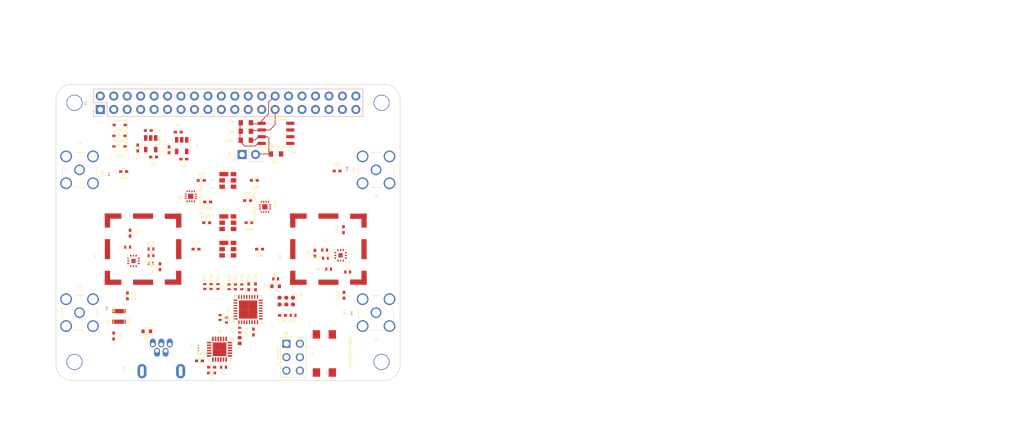
<source format=kicad_pcb>
(kicad_pcb (version 20171130) (host pcbnew 5.0.0-fee4fd1~66~ubuntu16.04.1)
  (layers (0 F.Cu signal) (1 In1.Cu signal) (2 In2.Cu signal) (31 B.Cu signal) (34 B.Paste user) (35 F.Paste user) (36 B.SilkS user hide) (37 F.SilkS user) (38 B.Mask user) (39 F.Mask user) (44 Edge.Cuts user))
  (net 0 "")
  (net 1 GND)
  (net 2 /ID_SD_EEPROM)
  (net 3 /ID_SC_EEPROM)
  (net 4 /P5V_HAT)
  (net 5 "Net-(J9-Pad2)")
  (net 6 VBUS)
  (net 7 "Net-(C3-Pad1)")
  (net 8 "Net-(C4-Pad1)")
  (net 9 +3.3VA)
  (net 10 +3V3)
  (net 11 "Net-(C9-Pad2)")
  (net 12 "Net-(C14-Pad1)")
  (net 13 "Net-(C16-Pad1)")
  (net 14 "Net-(C16-Pad2)")
  (net 15 "Net-(C17-Pad2)")
  (net 16 "Net-(C17-Pad1)")
  (net 17 "Net-(C19-Pad1)")
  (net 18 "Net-(C19-Pad2)")
  (net 19 "Net-(C20-Pad2)")
  (net 20 "Net-(C20-Pad1)")
  (net 21 "Net-(C21-Pad1)")
  (net 22 "Net-(C21-Pad2)")
  (net 23 "Net-(C22-Pad1)")
  (net 24 "Net-(C22-Pad2)")
  (net 25 "Net-(C23-Pad2)")
  (net 26 "Net-(C23-Pad1)")
  (net 27 "Net-(C26-Pad1)")
  (net 28 "Net-(C26-Pad2)")
  (net 29 "Net-(C28-Pad2)")
  (net 30 "Net-(C28-Pad1)")
  (net 31 "Net-(C29-Pad1)")
  (net 32 "Net-(C29-Pad2)")
  (net 33 "Net-(C34-Pad2)")
  (net 34 "Net-(C34-Pad1)")
  (net 35 "Net-(D5-Pad2)")
  (net 36 "Net-(R1-Pad2)")
  (net 37 "Net-(R13-Pad2)")
  (net 38 "Net-(R14-Pad2)")
  (net 39 "Net-(R15-Pad2)")
  (net 40 "Net-(R16-Pad2)")
  (net 41 "Net-(R18-Pad2)")
  (net 42 "Net-(R21-Pad2)")
  (net 43 "Net-(R22-Pad2)")
  (net 44 "Net-(R25-Pad2)")
  (net 45 /avr-usb/D_P)
  (net 46 /avr-usb/D_N)
  (net 47 /avr-usb/~RESET)
  (net 48 /avr-usb/MISO)
  (net 49 /avr-usb/VCC)
  (net 50 /avr-usb/SCK)
  (net 51 /avr-usb/MOSI)
  (net 52 /avr-usb/TXD_CP)
  (net 53 /avr-usb/RXD_AT)
  (net 54 /avr-usb/TXD_AT)
  (net 55 /avr-usb/RXD_CP)
  (net 56 /avr-usb/LED_GRN)
  (net 57 /avr-usb/BYP_LNA2)
  (net 58 /avr-usb/SWA_V1)
  (net 59 /avr-usb/SWA_V3)
  (net 60 /avr-usb/SWA_V2)
  (net 61 /avr-usb/BYP_LNA1)
  (net 62 /avr-usb/SWB_V2)
  (net 63 /avr-usb/SWB_V3)
  (net 64 /avr-usb/SWB_V1)
  (net 65 "Net-(C12-Pad1)")
  (net 66 "Net-(C12-Pad2)")
  (net 67 "Net-(L2-Pad2)")
  (net 68 "Net-(L4-Pad2)")
  (net 69 "Net-(R12-Pad2)")
  (net 70 "Net-(R17-Pad2)")
  (net 71 +5V)
  (net 72 +5VP)
  (net 73 /avr-usb/PC0)
  (net 74 /avr-usb/PC2)
  (net 75 /avr-usb/PC1)
  (net 76 /avr-usb/PC3)
  (net 77 /avr-usb/PC4)
  (net 78 /avr-usb/BTN)
  (module project_footprints:NPTH_3mm_ID (layer F.Cu) (at 82.04 64.31)
    (fp_text reference H1 (at 0.06 0.09) (layer F.SilkS) (effects (font (size 0.5 0.5) (thickness 0.09))))
    (fp_text value 3mm_Mounting_Hole hide)
    (pad "" np_thru_hole circle (at 0 0) (size 3 3) (drill 2.75) (layers *.Cu *.Mask) (clearance 1.6))
  )
  (module project_footprints:NPTH_3mm_ID (layer F.Cu) (at 140.04 64.33)
    (fp_text reference H2 (at 0.06 0.09) (layer F.SilkS) (effects (font (size 0.5 0.5) (thickness 0.09))))
    (fp_text value 3mm_Mounting_Hole hide)
    (pad "" np_thru_hole circle (at 0 0) (size 3 3) (drill 2.75) (layers *.Cu *.Mask) (clearance 1.6))
  )
  (module project_footprints:NPTH_3mm_ID (layer F.Cu) (at 82.04 113.32)
    (fp_text reference H3 (at 0.06 0.09) (layer F.SilkS) (effects (font (size 0.5 0.5) (thickness 0.09))))
    (fp_text value 3mm_Mounting_Hole hide)
    (pad "" np_thru_hole circle (at 0 0) (size 3 3) (drill 2.75) (layers *.Cu *.Mask) (clearance 1.6))
  )
  (module project_footprints:NPTH_3mm_ID (layer F.Cu) (at 140.03 113.31)
    (fp_text reference H4 (at 0.06 0.09) (layer F.SilkS) (effects (font (size 0.5 0.5) (thickness 0.09))))
    (fp_text value 3mm_Mounting_Hole hide)
    (pad "" np_thru_hole circle (at 0 0) (size 3 3) (drill 2.75) (layers *.Cu *.Mask) (clearance 1.6))
  )
  (module project_footprints:C_0402 (layer F.Cu) (at 101.64 69.87)
    (fp_text reference C1 (at 0 -1.27) (layer F.SilkS) (effects (font (size 0.5 0.5) (thickness 0.09))))
    (fp_text value 1uF)
    (pad 2 smd rect (at 0.55 0) (size 0.6 0.5) (layers F.Cu F.Paste F.Mask) (net 1 GND))
    (pad 1 smd rect (at -0.55 0) (size 0.6 0.5) (layers F.Cu F.Paste F.Mask) (net 71 +5V))
  )
  (module project_footprints:C_0402 (layer F.Cu) (at 95.99 69.57)
    (fp_text reference C2 (at 1.7 0) (layer F.SilkS) (effects (font (size 0.5 0.5) (thickness 0.09))))
    (fp_text value 1uF)
    (pad 2 smd rect (at 0.55 0) (size 0.6 0.5) (layers F.Cu F.Paste F.Mask) (net 1 GND))
    (pad 1 smd rect (at -0.55 0) (size 0.6 0.5) (layers F.Cu F.Paste F.Mask) (net 71 +5V))
  )
  (module project_footprints:C_0402 (layer F.Cu) (at 99.89 73.22 90)
    (fp_text reference C3 (at 0 -1.27 90) (layer F.SilkS) (effects (font (size 0.5 0.5) (thickness 0.09))))
    (fp_text value 100nF)
    (pad 2 smd rect (at 0.55 0 90) (size 0.6 0.5) (layers F.Cu F.Paste F.Mask) (net 1 GND))
    (pad 1 smd rect (at -0.55 0 90) (size 0.6 0.5) (layers F.Cu F.Paste F.Mask) (net 7 "Net-(C3-Pad1)"))
  )
  (module project_footprints:C_0402 (layer F.Cu) (at 93.99 72.87 90)
    (fp_text reference C4 (at -1.7 -0.1 90) (layer F.SilkS) (effects (font (size 0.5 0.5) (thickness 0.09))))
    (fp_text value 100nF)
    (pad 2 smd rect (at 0.55 0 90) (size 0.6 0.5) (layers F.Cu F.Paste F.Mask) (net 1 GND))
    (pad 1 smd rect (at -0.55 0 90) (size 0.6 0.5) (layers F.Cu F.Paste F.Mask) (net 8 "Net-(C4-Pad1)"))
  )
  (module project_footprints:C_0402 (layer F.Cu) (at 102.69 74.97 180)
    (fp_text reference C5 (at 0 -1.27 180) (layer F.SilkS) (effects (font (size 0.5 0.5) (thickness 0.09))))
    (fp_text value 1uF)
    (pad 2 smd rect (at 0.55 0 180) (size 0.6 0.5) (layers F.Cu F.Paste F.Mask) (net 1 GND))
    (pad 1 smd rect (at -0.55 0 180) (size 0.6 0.5) (layers F.Cu F.Paste F.Mask) (net 9 +3.3VA))
  )
  (module project_footprints:C_0402 (layer F.Cu) (at 96.99 74.57 180)
    (fp_text reference C6 (at 0 -1.27 180) (layer F.SilkS) (effects (font (size 0.5 0.5) (thickness 0.09))))
    (fp_text value 1uF)
    (pad 2 smd rect (at 0.55 0 180) (size 0.6 0.5) (layers F.Cu F.Paste F.Mask) (net 1 GND))
    (pad 1 smd rect (at -0.55 0 180) (size 0.6 0.5) (layers F.Cu F.Paste F.Mask) (net 10 +3V3))
  )
  (module project_footprints:C_0402 (layer F.Cu) (at 107.94 115.42 180)
    (fp_text reference C7 (at 0 -1.27 180) (layer F.SilkS) (effects (font (size 0.5 0.5) (thickness 0.09))))
    (fp_text value 1uF)
    (pad 2 smd rect (at 0.55 0 180) (size 0.6 0.5) (layers F.Cu F.Paste F.Mask) (net 1 GND))
    (pad 1 smd rect (at -0.55 0 180) (size 0.6 0.5) (layers F.Cu F.Paste F.Mask) (net 6 VBUS))
  )
  (module project_footprints:C_0402 (layer F.Cu) (at 107.94 114.32 180)
    (fp_text reference C8 (at 0 -1.27 180) (layer F.SilkS) (effects (font (size 0.5 0.5) (thickness 0.09))))
    (fp_text value 100nF)
    (pad 2 smd rect (at 0.55 0 180) (size 0.6 0.5) (layers F.Cu F.Paste F.Mask) (net 1 GND))
    (pad 1 smd rect (at -0.55 0 180) (size 0.6 0.5) (layers F.Cu F.Paste F.Mask) (net 6 VBUS))
  )
  (module project_footprints:C_0402 (layer F.Cu) (at 105.64 113.12)
    (fp_text reference C9 (at 0 -1.27) (layer F.SilkS) (effects (font (size 0.5 0.5) (thickness 0.09))))
    (fp_text value 4.7uF)
    (pad 2 smd rect (at 0.55 0) (size 0.6 0.5) (layers F.Cu F.Paste F.Mask) (net 11 "Net-(C9-Pad2)"))
    (pad 1 smd rect (at -0.55 0) (size 0.6 0.5) (layers F.Cu F.Paste F.Mask) (net 1 GND))
  )
  (module project_footprints:C_0402 (layer F.Cu) (at 121.34 104.52 180)
    (fp_text reference C10 (at 0 -1 180) (layer F.SilkS) (effects (font (size 0.5 0.5) (thickness 0.09))))
    (fp_text value 100nF)
    (pad 2 smd rect (at 0.55 0 180) (size 0.6 0.5) (layers F.Cu F.Paste F.Mask) (net 1 GND))
    (pad 1 smd rect (at -0.55 0 180) (size 0.6 0.5) (layers F.Cu F.Paste F.Mask) (net 10 +3V3))
  )
  (module project_footprints:C_0402 (layer F.Cu) (at 116.24 99.12 90)
    (fp_text reference C11 (at 1.8 0 90) (layer F.SilkS) (effects (font (size 0.5 0.5) (thickness 0.09))))
    (fp_text value 100nF)
    (pad 2 smd rect (at 0.55 0 90) (size 0.6 0.5) (layers F.Cu F.Paste F.Mask) (net 1 GND))
    (pad 1 smd rect (at -0.55 0 90) (size 0.6 0.5) (layers F.Cu F.Paste F.Mask) (net 10 +3V3))
  )
  (module project_footprints:C_0402 (layer F.Cu) (at 115.84 107.67 90)
    (fp_text reference C13 (at 0 -1.27 90) (layer F.SilkS) (effects (font (size 0.5 0.5) (thickness 0.09))))
    (fp_text value 100nF)
    (pad 2 smd rect (at 0.55 0 90) (size 0.6 0.5) (layers F.Cu F.Paste F.Mask) (net 10 +3V3))
    (pad 1 smd rect (at -0.55 0 90) (size 0.6 0.5) (layers F.Cu F.Paste F.Mask) (net 1 GND))
  )
  (module project_footprints:C_0402 (layer F.Cu) (at 114.94 99.12 90)
    (fp_text reference C14 (at 1.8 0 90) (layer F.SilkS) (effects (font (size 0.5 0.5) (thickness 0.09))))
    (fp_text value 100nF)
    (pad 2 smd rect (at 0.55 0 90) (size 0.6 0.5) (layers F.Cu F.Paste F.Mask) (net 1 GND))
    (pad 1 smd rect (at -0.55 0 90) (size 0.6 0.5) (layers F.Cu F.Paste F.Mask) (net 12 "Net-(C14-Pad1)"))
  )
  (module project_footprints:C_0402 (layer F.Cu) (at 98.19 95.32 90)
    (fp_text reference C15 (at 0 -1.27 90) (layer F.SilkS) (effects (font (size 0.5 0.5) (thickness 0.09))))
    (fp_text value 100nF)
    (pad 2 smd rect (at 0.55 0 90) (size 0.6 0.5) (layers F.Cu F.Paste F.Mask) (net 9 +3.3VA))
    (pad 1 smd rect (at -0.55 0 90) (size 0.6 0.5) (layers F.Cu F.Paste F.Mask) (net 1 GND))
  )
  (module project_footprints:C_0402 (layer F.Cu) (at 91.34 77.32 180)
    (fp_text reference C16 (at 0 -1.27 180) (layer F.SilkS) (effects (font (size 0.5 0.5) (thickness 0.09))))
    (fp_text value 100pF)
    (pad 2 smd rect (at 0.55 0 180) (size 0.6 0.5) (layers F.Cu F.Paste F.Mask) (net 14 "Net-(C16-Pad2)"))
    (pad 1 smd rect (at -0.55 0 180) (size 0.6 0.5) (layers F.Cu F.Paste F.Mask) (net 13 "Net-(C16-Pad1)"))
  )
  (module project_footprints:C_0402 (layer F.Cu) (at 105 92)
    (fp_text reference C17 (at 0 -1.27) (layer F.SilkS) (effects (font (size 0.5 0.5) (thickness 0.09))))
    (fp_text value 100pF)
    (pad 2 smd rect (at 0.55 0) (size 0.6 0.5) (layers F.Cu F.Paste F.Mask) (net 15 "Net-(C17-Pad2)"))
    (pad 1 smd rect (at -0.55 0) (size 0.6 0.5) (layers F.Cu F.Paste F.Mask) (net 16 "Net-(C17-Pad1)"))
  )
  (module project_footprints:C_0402 (layer F.Cu) (at 107.19 83.07 180)
    (fp_text reference C18 (at 0 -1.27 180) (layer F.SilkS) (effects (font (size 0.5 0.5) (thickness 0.09))))
    (fp_text value 100nF)
    (pad 2 smd rect (at 0.55 0 180) (size 0.6 0.5) (layers F.Cu F.Paste F.Mask) (net 9 +3.3VA))
    (pad 1 smd rect (at -0.55 0 180) (size 0.6 0.5) (layers F.Cu F.Paste F.Mask) (net 1 GND))
  )
  (module project_footprints:C_0402 (layer F.Cu) (at 132.94 100.72 90)
    (fp_text reference C19 (at 0 -1.27 90) (layer F.SilkS) (effects (font (size 0.5 0.5) (thickness 0.09))))
    (fp_text value 100pF)
    (pad 2 smd rect (at 0.55 0 90) (size 0.6 0.5) (layers F.Cu F.Paste F.Mask) (net 18 "Net-(C19-Pad2)"))
    (pad 1 smd rect (at -0.55 0 90) (size 0.6 0.5) (layers F.Cu F.Paste F.Mask) (net 17 "Net-(C19-Pad1)"))
  )
  (module project_footprints:C_0402 (layer F.Cu) (at 107 87)
    (fp_text reference C20 (at 0 -1.27) (layer F.SilkS) (effects (font (size 0.5 0.5) (thickness 0.09))))
    (fp_text value 100pF)
    (pad 2 smd rect (at 0.55 0) (size 0.6 0.5) (layers F.Cu F.Paste F.Mask) (net 19 "Net-(C20-Pad2)"))
    (pad 1 smd rect (at -0.55 0) (size 0.6 0.5) (layers F.Cu F.Paste F.Mask) (net 20 "Net-(C20-Pad1)"))
  )
  (module project_footprints:C_0402 (layer F.Cu) (at 132.84 88.32 90)
    (fp_text reference C21 (at 0 -1.27 90) (layer F.SilkS) (effects (font (size 0.5 0.5) (thickness 0.09))))
    (fp_text value 100pF)
    (pad 2 smd rect (at 0.55 0 90) (size 0.6 0.5) (layers F.Cu F.Paste F.Mask) (net 22 "Net-(C21-Pad2)"))
    (pad 1 smd rect (at -0.55 0 90) (size 0.6 0.5) (layers F.Cu F.Paste F.Mask) (net 21 "Net-(C21-Pad1)"))
  )
  (module project_footprints:C_0402 (layer F.Cu) (at 106 79)
    (fp_text reference C22 (at 0 -1.27) (layer F.SilkS) (effects (font (size 0.5 0.5) (thickness 0.09))))
    (fp_text value 100pF)
    (pad 2 smd rect (at 0.55 0) (size 0.6 0.5) (layers F.Cu F.Paste F.Mask) (net 24 "Net-(C22-Pad2)"))
    (pad 1 smd rect (at -0.55 0) (size 0.6 0.5) (layers F.Cu F.Paste F.Mask) (net 23 "Net-(C22-Pad1)"))
  )
  (module project_footprints:C_0402 (layer F.Cu) (at 117 92 180)
    (fp_text reference C26 (at 0 -1.27 180) (layer F.SilkS) (effects (font (size 0.5 0.5) (thickness 0.09))))
    (fp_text value 100pF)
    (pad 2 smd rect (at 0.55 0 180) (size 0.6 0.5) (layers F.Cu F.Paste F.Mask) (net 28 "Net-(C26-Pad2)"))
    (pad 1 smd rect (at -0.55 0 180) (size 0.6 0.5) (layers F.Cu F.Paste F.Mask) (net 27 "Net-(C26-Pad1)"))
  )
  (module project_footprints:C_0402 (layer F.Cu) (at 116 79 180)
    (fp_text reference C28 (at 0 -1.27 180) (layer F.SilkS) (effects (font (size 0.5 0.5) (thickness 0.09))))
    (fp_text value 100pF)
    (pad 2 smd rect (at 0.55 0 180) (size 0.6 0.5) (layers F.Cu F.Paste F.Mask) (net 29 "Net-(C28-Pad2)"))
    (pad 1 smd rect (at -0.55 0 180) (size 0.6 0.5) (layers F.Cu F.Paste F.Mask) (net 30 "Net-(C28-Pad1)"))
  )
  (module project_footprints:C_0402 (layer F.Cu) (at 115 87 180)
    (fp_text reference C29 (at 0 -1.27 180) (layer F.SilkS) (effects (font (size 0.5 0.5) (thickness 0.09))))
    (fp_text value 100pF)
    (pad 2 smd rect (at 0.55 0 180) (size 0.6 0.5) (layers F.Cu F.Paste F.Mask) (net 32 "Net-(C29-Pad2)"))
    (pad 1 smd rect (at -0.55 0 180) (size 0.6 0.5) (layers F.Cu F.Paste F.Mask) (net 31 "Net-(C29-Pad1)"))
  )
  (module project_footprints:C_0402 (layer F.Cu) (at 127.44 92.77 90)
    (fp_text reference C32 (at 0 -1.27 90) (layer F.SilkS) (effects (font (size 0.5 0.5) (thickness 0.09))))
    (fp_text value 100nF)
    (pad 2 smd rect (at 0.55 0 90) (size 0.6 0.5) (layers F.Cu F.Paste F.Mask) (net 9 +3.3VA))
    (pad 1 smd rect (at -0.55 0 90) (size 0.6 0.5) (layers F.Cu F.Paste F.Mask) (net 1 GND))
  )
  (module project_footprints:C_0402 (layer F.Cu) (at 131.64 77.22)
    (fp_text reference C34 (at 0 -1.27) (layer F.SilkS) (effects (font (size 0.5 0.5) (thickness 0.09))))
    (fp_text value 100pF)
    (pad 2 smd rect (at 0.55 0) (size 0.6 0.5) (layers F.Cu F.Paste F.Mask) (net 33 "Net-(C34-Pad2)"))
    (pad 1 smd rect (at -0.55 0) (size 0.6 0.5) (layers F.Cu F.Paste F.Mask) (net 34 "Net-(C34-Pad1)"))
  )
  (module project_footprints:C_0402 (layer F.Cu) (at 114.74 82.82)
    (fp_text reference C35 (at 0 -1.27) (layer F.SilkS) (effects (font (size 0.5 0.5) (thickness 0.09))))
    (fp_text value 100nF)
    (pad 2 smd rect (at 0.55 0) (size 0.6 0.5) (layers F.Cu F.Paste F.Mask) (net 9 +3.3VA))
    (pad 1 smd rect (at -0.55 0) (size 0.6 0.5) (layers F.Cu F.Paste F.Mask) (net 1 GND))
  )
  (module project_footprints:ONSEMI_0201_DSN2_153AF (layer F.Cu) (at 105.44 110.42 90)
    (fp_text reference D1 (at 0.2 -1.3 90) (layer F.SilkS) (effects (font (size 0.5 0.5) (thickness 0.09))))
    (fp_text value ESD8472MUT5G)
    (pad 1 smd rect (at -0.2 0 90) (size 0.15 0.25) (layers F.Cu F.Paste F.Mask) (net 45 /avr-usb/D_P))
    (pad 2 smd rect (at 0.2 0 90) (size 0.15 0.25) (layers F.Cu F.Paste F.Mask) (net 1 GND))
  )
  (module project_footprints:ONSEMI_0201_DSN2_153AF (layer F.Cu) (at 105.44 111.42 270)
    (fp_text reference D2 (at 0.2 -1.3 270) (layer F.SilkS) (effects (font (size 0.5 0.5) (thickness 0.09))))
    (fp_text value ESD8472MUT5G)
    (pad 1 smd rect (at -0.2 0 270) (size 0.15 0.25) (layers F.Cu F.Paste F.Mask) (net 46 /avr-usb/D_N))
    (pad 2 smd rect (at 0.2 0 270) (size 0.15 0.25) (layers F.Cu F.Paste F.Mask) (net 1 GND))
  )
  (module project_footprints:D_SOD-523 (layer F.Cu) (at 95.69 107.52 180)
    (fp_text reference D3 (at 0 -1.3 180) (layer F.SilkS) (effects (font (size 0.5 0.5) (thickness 0.09))))
    (fp_text value PESD12VS1UB,115)
    (pad 1 smd rect (at -0.7 0) (size 0.6 0.7) (layers F.Cu F.Paste F.Mask) (net 6 VBUS))
    (pad 2 smd rect (at 0.7 0) (size 0.6 0.7) (layers F.Cu F.Paste F.Mask) (net 1 GND))
  )
  (module project_footprints:D_SOD-523 (layer F.Cu) (at 120.04 99.02)
    (fp_text reference D4 (at -1.8 -0.1) (layer F.SilkS) (effects (font (size 0.5 0.5) (thickness 0.09))))
    (fp_text value PESD12VS1UB,115)
    (pad 1 smd rect (at -0.7 0 180) (size 0.6 0.7) (layers F.Cu F.Paste F.Mask) (net 10 +3V3))
    (pad 2 smd rect (at 0.7 0 180) (size 0.6 0.7) (layers F.Cu F.Paste F.Mask) (net 47 /avr-usb/~RESET))
  )
  (module project_footprints:LED_0402 (layer F.Cu) (at 113.24 109.27 90)
    (fp_text reference D5 (at 0 -1.2 90) (layer F.SilkS) (effects (font (size 0.5 0.5) (thickness 0.09))))
    (fp_text value SML-LX0402SUGC-TR)
    (pad 1 smd rect (at -0.55 0 270) (size 0.6 0.7) (layers F.Cu F.Paste F.Mask) (net 1 GND))
    (pad 2 smd rect (at 0.55 0 270) (size 0.6 0.7) (layers F.Cu F.Paste F.Mask) (net 35 "Net-(D5-Pad2)"))
  )
  (module project_footprints:ONSEMI_0201_DSN2_153AF (layer F.Cu) (at 88.54 77.82 90)
    (fp_text reference D6 (at 0.2 -1.3 90) (layer F.SilkS) (effects (font (size 0.5 0.5) (thickness 0.09))))
    (fp_text value ESD8472MUT5G)
    (pad 1 smd rect (at -0.2 0 90) (size 0.15 0.25) (layers F.Cu F.Paste F.Mask) (net 1 GND))
    (pad 2 smd rect (at 0.2 0 90) (size 0.15 0.25) (layers F.Cu F.Paste F.Mask) (net 14 "Net-(C16-Pad2)"))
  )
  (module project_footprints:ONSEMI_0201_DSN2_153AF (layer F.Cu) (at 134.4 104.1 90)
    (fp_text reference D7 (at 0.2 -1.3 90) (layer F.SilkS) (effects (font (size 0.5 0.5) (thickness 0.09))))
    (fp_text value ESD8472MUT5G)
    (pad 1 smd rect (at -0.2 0 90) (size 0.15 0.25) (layers F.Cu F.Paste F.Mask) (net 1 GND))
    (pad 2 smd rect (at 0.2 0 90) (size 0.15 0.25) (layers F.Cu F.Paste F.Mask) (net 17 "Net-(C19-Pad1)"))
  )
  (module project_footprints:ONSEMI_0201_DSN2_153AF (layer F.Cu) (at 88.14 103.22 270)
    (fp_text reference D8 (at 0.2 -1.3 270) (layer F.SilkS) (effects (font (size 0.5 0.5) (thickness 0.09))))
    (fp_text value ESD8472MUT5G)
    (pad 1 smd rect (at -0.2 0 270) (size 0.15 0.25) (layers F.Cu F.Paste F.Mask) (net 1 GND))
    (pad 2 smd rect (at 0.2 0 270) (size 0.15 0.25) (layers F.Cu F.Paste F.Mask) (net 25 "Net-(C23-Pad2)"))
  )
  (module project_footprints:ONSEMI_0201_DSN2_153AF (layer F.Cu) (at 133.54 76.82 270)
    (fp_text reference D9 (at 0.2 -1.3 270) (layer F.SilkS) (effects (font (size 0.5 0.5) (thickness 0.09))))
    (fp_text value ESD8472MUT5G)
    (pad 1 smd rect (at -0.2 0 270) (size 0.15 0.25) (layers F.Cu F.Paste F.Mask) (net 1 GND))
    (pad 2 smd rect (at 0.2 0 270) (size 0.15 0.25) (layers F.Cu F.Paste F.Mask) (net 33 "Net-(C34-Pad2)"))
  )
  (module project_footprints:FRAMATOME_67997-206HLF (layer F.Cu) (at 123.34 112.42 270)
    (fp_text reference J2 (at -0.5052 -3.70789 270) (layer F.SilkS) (effects (font (size 0.5 0.5) (thickness 0.09))))
    (fp_text value ".1\" Header" (at -0.1 2.9 270) (layer F.SilkS) (effects (font (size 0.5 0.5) (thickness 0.09))))
    (pad 1 thru_hole rect (at -2.54 1.27 270) (size 1.53 1.53) (drill 1.02) (layers *.Cu *.Mask) (net 73 /avr-usb/PC0))
    (pad 2 thru_hole circle (at -2.54 -1.27 270) (size 1.53 1.53) (drill 1.02) (layers *.Cu *.Mask) (net 74 /avr-usb/PC2))
    (pad 3 thru_hole circle (at 0 1.27 270) (size 1.53 1.53) (drill 1.02) (layers *.Cu *.Mask) (net 75 /avr-usb/PC1))
    (pad 4 thru_hole circle (at 0 -1.27 270) (size 1.53 1.53) (drill 1.02) (layers *.Cu *.Mask) (net 76 /avr-usb/PC3))
    (pad 5 thru_hole circle (at 2.54 1.27 270) (size 1.53 1.53) (drill 1.02) (layers *.Cu *.Mask) (net 77 /avr-usb/PC4))
    (pad 6 thru_hole circle (at 2.54 -1.27 270) (size 1.53 1.53) (drill 1.02) (layers *.Cu *.Mask) (net 1 GND))
  )
  (module project_footprints:PinSocket_2x20_P2.54mm_Vertical (layer B.Cu) (at 86.92 65.59 270)
    (fp_text reference J3 (at -1.27 2.77 270) (layer B.SilkS) (effects (font (size 0.5 0.5) (thickness 0.09)) (justify mirror)))
    (fp_text value 40HAT)
    (pad 1 thru_hole rect (at 0 0 270) (size 1.7 1.7) (drill 1) (layers *.Cu *.Mask))
    (pad 2 thru_hole oval (at -2.54 0 270) (size 1.7 1.7) (drill 1) (layers *.Cu *.Mask) (net 4 /P5V_HAT))
    (pad 3 thru_hole oval (at 0 -2.54 270) (size 1.7 1.7) (drill 1) (layers *.Cu *.Mask))
    (pad 4 thru_hole oval (at -2.54 -2.54 270) (size 1.7 1.7) (drill 1) (layers *.Cu *.Mask) (net 4 /P5V_HAT))
    (pad 5 thru_hole oval (at 0 -5.08 270) (size 1.7 1.7) (drill 1) (layers *.Cu *.Mask))
    (pad 6 thru_hole oval (at -2.54 -5.08 270) (size 1.7 1.7) (drill 1) (layers *.Cu *.Mask) (net 1 GND))
    (pad 7 thru_hole oval (at 0 -7.62 270) (size 1.7 1.7) (drill 1) (layers *.Cu *.Mask))
    (pad 8 thru_hole oval (at -2.54 -7.62 270) (size 1.7 1.7) (drill 1) (layers *.Cu *.Mask))
    (pad 9 thru_hole oval (at 0 -10.16 270) (size 1.7 1.7) (drill 1) (layers *.Cu *.Mask) (net 1 GND))
    (pad 10 thru_hole oval (at -2.54 -10.16 270) (size 1.7 1.7) (drill 1) (layers *.Cu *.Mask))
    (pad 11 thru_hole oval (at 0 -12.7 270) (size 1.7 1.7) (drill 1) (layers *.Cu *.Mask))
    (pad 12 thru_hole oval (at -2.54 -12.7 270) (size 1.7 1.7) (drill 1) (layers *.Cu *.Mask))
    (pad 13 thru_hole oval (at 0 -15.24 270) (size 1.7 1.7) (drill 1) (layers *.Cu *.Mask))
    (pad 14 thru_hole oval (at -2.54 -15.24 270) (size 1.7 1.7) (drill 1) (layers *.Cu *.Mask) (net 1 GND))
    (pad 15 thru_hole oval (at 0 -17.78 270) (size 1.7 1.7) (drill 1) (layers *.Cu *.Mask))
    (pad 16 thru_hole oval (at -2.54 -17.78 270) (size 1.7 1.7) (drill 1) (layers *.Cu *.Mask))
    (pad 17 thru_hole oval (at 0 -20.32 270) (size 1.7 1.7) (drill 1) (layers *.Cu *.Mask))
    (pad 18 thru_hole oval (at -2.54 -20.32 270) (size 1.7 1.7) (drill 1) (layers *.Cu *.Mask))
    (pad 19 thru_hole oval (at 0 -22.86 270) (size 1.7 1.7) (drill 1) (layers *.Cu *.Mask))
    (pad 20 thru_hole oval (at -2.54 -22.86 270) (size 1.7 1.7) (drill 1) (layers *.Cu *.Mask) (net 1 GND))
    (pad 21 thru_hole oval (at 0 -25.4 270) (size 1.7 1.7) (drill 1) (layers *.Cu *.Mask))
    (pad 22 thru_hole oval (at -2.54 -25.4 270) (size 1.7 1.7) (drill 1) (layers *.Cu *.Mask))
    (pad 23 thru_hole oval (at 0 -27.94 270) (size 1.7 1.7) (drill 1) (layers *.Cu *.Mask))
    (pad 24 thru_hole oval (at -2.54 -27.94 270) (size 1.7 1.7) (drill 1) (layers *.Cu *.Mask))
    (pad 25 thru_hole oval (at 0 -30.48 270) (size 1.7 1.7) (drill 1) (layers *.Cu *.Mask) (net 1 GND))
    (pad 26 thru_hole oval (at -2.54 -30.48 270) (size 1.7 1.7) (drill 1) (layers *.Cu *.Mask))
    (pad 27 thru_hole oval (at 0 -33.02 270) (size 1.7 1.7) (drill 1) (layers *.Cu *.Mask) (net 2 /ID_SD_EEPROM))
    (pad 28 thru_hole oval (at -2.54 -33.02 270) (size 1.7 1.7) (drill 1) (layers *.Cu *.Mask) (net 3 /ID_SC_EEPROM))
    (pad 29 thru_hole oval (at 0 -35.56 270) (size 1.7 1.7) (drill 1) (layers *.Cu *.Mask))
    (pad 30 thru_hole oval (at -2.54 -35.56 270) (size 1.7 1.7) (drill 1) (layers *.Cu *.Mask) (net 1 GND))
    (pad 31 thru_hole oval (at 0 -38.1 270) (size 1.7 1.7) (drill 1) (layers *.Cu *.Mask))
    (pad 32 thru_hole oval (at -2.54 -38.1 270) (size 1.7 1.7) (drill 1) (layers *.Cu *.Mask))
    (pad 33 thru_hole oval (at 0 -40.64 270) (size 1.7 1.7) (drill 1) (layers *.Cu *.Mask))
    (pad 34 thru_hole oval (at -2.54 -40.64 270) (size 1.7 1.7) (drill 1) (layers *.Cu *.Mask) (net 1 GND))
    (pad 35 thru_hole oval (at 0 -43.18 270) (size 1.7 1.7) (drill 1) (layers *.Cu *.Mask))
    (pad 36 thru_hole oval (at -2.54 -43.18 270) (size 1.7 1.7) (drill 1) (layers *.Cu *.Mask))
    (pad 37 thru_hole oval (at 0 -45.72 270) (size 1.7 1.7) (drill 1) (layers *.Cu *.Mask))
    (pad 38 thru_hole oval (at -2.54 -45.72 270) (size 1.7 1.7) (drill 1) (layers *.Cu *.Mask))
    (pad 39 thru_hole oval (at 0 -48.26 270) (size 1.7 1.7) (drill 1) (layers *.Cu *.Mask) (net 1 GND))
    (pad 40 thru_hole oval (at -2.54 -48.26 270) (size 1.7 1.7) (drill 1) (layers *.Cu *.Mask))
  )
  (module project_footprints:PinHeader_1x02_P2.54mm_Vertical (layer F.Cu) (at 113.7 74.1 90)
    (fp_text reference J9 (at 0 -2.33 90) (layer F.SilkS) (effects (font (size 0.5 0.5) (thickness 0.09))))
    (fp_text value CONN_01X02)
    (pad 1 thru_hole rect (at 0 0 90) (size 1.7 1.7) (drill 1) (layers *.Cu *.Mask) (net 1 GND))
    (pad 2 thru_hole oval (at 0 2.54 90) (size 1.7 1.7) (drill 1) (layers *.Cu *.Mask) (net 5 "Net-(J9-Pad2)"))
  )
  (module project_footprints:R_0402 (layer F.Cu) (at 110.19 114.32 180)
    (fp_text reference R1 (at 0 -1.35 180) (layer F.SilkS) (effects (font (size 0.5 0.5) (thickness 0.09))))
    (fp_text value 1K)
    (pad 1 smd rect (at -0.45 0 180) (size 0.4 0.6) (layers F.Cu F.Paste F.Mask) (net 11 "Net-(C9-Pad2)"))
    (pad 2 smd rect (at 0.45 0 180) (size 0.4 0.6) (layers F.Cu F.Paste F.Mask) (net 36 "Net-(R1-Pad2)"))
  )
  (module project_footprints:R_0402 (layer F.Cu) (at 109.54 104.92 270)
    (fp_text reference R2 (at 0 -1.35 270) (layer F.SilkS) (effects (font (size 0.5 0.5) (thickness 0.09))))
    (fp_text value 1K)
    (pad 1 smd rect (at -0.45 0 270) (size 0.4 0.6) (layers F.Cu F.Paste F.Mask) (net 53 /avr-usb/RXD_AT))
    (pad 2 smd rect (at 0.45 0 270) (size 0.4 0.6) (layers F.Cu F.Paste F.Mask) (net 52 /avr-usb/TXD_CP))
  )
  (module project_footprints:R_0402 (layer F.Cu) (at 110.74 105.42 270)
    (fp_text reference R3 (at 0 -1.35 270) (layer F.SilkS) (effects (font (size 0.5 0.5) (thickness 0.09))))
    (fp_text value 0)
    (pad 1 smd rect (at -0.45 0 270) (size 0.4 0.6) (layers F.Cu F.Paste F.Mask) (net 54 /avr-usb/TXD_AT))
    (pad 2 smd rect (at 0.45 0 270) (size 0.4 0.6) (layers F.Cu F.Paste F.Mask) (net 55 /avr-usb/RXD_CP))
  )
  (module project_footprints:R_0402 (layer F.Cu) (at 120.04 97.62 180)
    (fp_text reference R4 (at 0 1 180) (layer F.SilkS) (effects (font (size 0.5 0.5) (thickness 0.09))))
    (fp_text value 10K)
    (pad 1 smd rect (at -0.45 0 180) (size 0.4 0.6) (layers F.Cu F.Paste F.Mask) (net 47 /avr-usb/~RESET))
    (pad 2 smd rect (at 0.45 0 180) (size 0.4 0.6) (layers F.Cu F.Paste F.Mask) (net 10 +3V3))
  )
  (module project_footprints:R_0402 (layer F.Cu) (at 113.24 107.32 90)
    (fp_text reference R5 (at 0 -1.35 90) (layer F.SilkS) (effects (font (size 0.5 0.5) (thickness 0.09))))
    (fp_text value 1K)
    (pad 1 smd rect (at -0.45 0 90) (size 0.4 0.6) (layers F.Cu F.Paste F.Mask) (net 35 "Net-(D5-Pad2)"))
    (pad 2 smd rect (at 0.45 0 90) (size 0.4 0.6) (layers F.Cu F.Paste F.Mask) (net 56 /avr-usb/LED_GRN))
  )
  (module project_footprints:R_0603_1608Metric_Pad0.84x1.00mm_HandSolder (layer F.Cu) (at 114.4 69.7)
    (fp_text reference R6 (at -2.65 0.05) (layer F.SilkS) (effects (font (size 0.5 0.5) (thickness 0.09))))
    (fp_text value 3.9K)
    (pad 2 smd rect (at 0.9625 0) (size 0.845 1) (layers F.Cu F.Paste F.Mask) (net 2 /ID_SD_EEPROM))
    (pad 1 smd rect (at -0.9625 0) (size 0.845 1) (layers F.Cu F.Paste F.Mask) (net 10 +3V3))
  )
  (module project_footprints:R_0603_1608Metric_Pad0.84x1.00mm_HandSolder (layer F.Cu) (at 114.4 68.1)
    (fp_text reference R8 (at -2.65 -0.1) (layer F.SilkS) (effects (font (size 0.5 0.5) (thickness 0.09))))
    (fp_text value 3.9K)
    (pad 2 smd rect (at 0.9625 0) (size 0.845 1) (layers F.Cu F.Paste F.Mask) (net 3 /ID_SC_EEPROM))
    (pad 1 smd rect (at -0.9625 0) (size 0.845 1) (layers F.Cu F.Paste F.Mask) (net 10 +3V3))
  )
  (module project_footprints:R_0402 (layer F.Cu) (at 123.34 104.52 180)
    (fp_text reference R10 (at 0 -1 180) (layer F.SilkS) (effects (font (size 0.5 0.5) (thickness 0.09))))
    (fp_text value 0)
    (pad 1 smd rect (at -0.45 0 180) (size 0.4 0.6) (layers F.Cu F.Paste F.Mask) (net 49 /avr-usb/VCC))
    (pad 2 smd rect (at 0.45 0 180) (size 0.4 0.6) (layers F.Cu F.Paste F.Mask) (net 10 +3V3))
  )
  (module project_footprints:R_0603_1608Metric_Pad0.84x1.00mm_HandSolder (layer F.Cu) (at 120.1 74)
    (fp_text reference R11 (at 0 1.5) (layer F.SilkS) (effects (font (size 0.5 0.5) (thickness 0.09))))
    (fp_text value DNP)
    (pad 2 smd rect (at 0.9625 0) (size 0.845 1) (layers F.Cu F.Paste F.Mask) (net 1 GND))
    (pad 1 smd rect (at -0.9625 0) (size 0.845 1) (layers F.Cu F.Paste F.Mask) (net 5 "Net-(J9-Pad2)"))
  )
  (module project_footprints:R_0402 (layer F.Cu) (at 96.49 91.97 180)
    (fp_text reference R12 (at 0 1 180) (layer F.SilkS) (effects (font (size 0.5 0.5) (thickness 0.09))))
    (fp_text value 100)
    (pad 1 smd rect (at -0.45 0 180) (size 0.4 0.6) (layers F.Cu F.Paste F.Mask) (net 57 /avr-usb/BYP_LNA2))
    (pad 2 smd rect (at 0.45 0 180) (size 0.4 0.6) (layers F.Cu F.Paste F.Mask) (net 69 "Net-(R12-Pad2)"))
  )
  (module project_footprints:R_0402 (layer F.Cu) (at 96.49 93.22 180)
    (fp_text reference R13 (at 0 -1.35 180) (layer F.SilkS) (effects (font (size 0.5 0.5) (thickness 0.09))))
    (fp_text value 374)
    (pad 1 smd rect (at -0.45 0 180) (size 0.4 0.6) (layers F.Cu F.Paste F.Mask) (net 9 +3.3VA))
    (pad 2 smd rect (at 0.45 0 180) (size 0.4 0.6) (layers F.Cu F.Paste F.Mask) (net 37 "Net-(R13-Pad2)"))
  )
  (module project_footprints:R_0402 (layer F.Cu) (at 109.14 99.07 90)
    (fp_text reference R14 (at 1.65 0 90) (layer F.SilkS) (effects (font (size 0.5 0.5) (thickness 0.09))))
    (fp_text value 100)
    (pad 1 smd rect (at -0.45 0 90) (size 0.4 0.6) (layers F.Cu F.Paste F.Mask) (net 58 /avr-usb/SWA_V1))
    (pad 2 smd rect (at 0.45 0 90) (size 0.4 0.6) (layers F.Cu F.Paste F.Mask) (net 38 "Net-(R14-Pad2)"))
  )
  (module project_footprints:R_0402 (layer F.Cu) (at 106.64 99.07 90)
    (fp_text reference R15 (at 1.65 -0.1 90) (layer F.SilkS) (effects (font (size 0.5 0.5) (thickness 0.09))))
    (fp_text value 100)
    (pad 1 smd rect (at -0.45 0 90) (size 0.4 0.6) (layers F.Cu F.Paste F.Mask) (net 59 /avr-usb/SWA_V3))
    (pad 2 smd rect (at 0.45 0 90) (size 0.4 0.6) (layers F.Cu F.Paste F.Mask) (net 39 "Net-(R15-Pad2)"))
  )
  (module project_footprints:R_0402 (layer F.Cu) (at 107.84 99.07 90)
    (fp_text reference R16 (at 1.65 0 90) (layer F.SilkS) (effects (font (size 0.5 0.5) (thickness 0.09))))
    (fp_text value 100)
    (pad 1 smd rect (at -0.45 0 90) (size 0.4 0.6) (layers F.Cu F.Paste F.Mask) (net 60 /avr-usb/SWA_V2))
    (pad 2 smd rect (at 0.45 0 90) (size 0.4 0.6) (layers F.Cu F.Paste F.Mask) (net 40 "Net-(R16-Pad2)"))
  )
  (module project_footprints:R_0402 (layer F.Cu) (at 130.04 95.77)
    (fp_text reference R17 (at -1.7 0.1) (layer F.SilkS) (effects (font (size 0.5 0.5) (thickness 0.09))))
    (fp_text value 100)
    (pad 1 smd rect (at -0.45 0) (size 0.4 0.6) (layers F.Cu F.Paste F.Mask) (net 61 /avr-usb/BYP_LNA1))
    (pad 2 smd rect (at 0.45 0) (size 0.4 0.6) (layers F.Cu F.Paste F.Mask) (net 70 "Net-(R17-Pad2)"))
  )
  (module project_footprints:R_0402 (layer F.Cu) (at 129.44 93.72)
    (fp_text reference R18 (at -1.6 0) (layer F.SilkS) (effects (font (size 0.5 0.5) (thickness 0.09))))
    (fp_text value 374)
    (pad 1 smd rect (at -0.45 0) (size 0.4 0.6) (layers F.Cu F.Paste F.Mask) (net 9 +3.3VA))
    (pad 2 smd rect (at 0.45 0) (size 0.4 0.6) (layers F.Cu F.Paste F.Mask) (net 41 "Net-(R18-Pad2)"))
  )
  (module project_footprints:R_0402 (layer F.Cu) (at 112.44 99.12 90)
    (fp_text reference R21 (at 1.6 0 90) (layer F.SilkS) (effects (font (size 0.5 0.5) (thickness 0.09))))
    (fp_text value 100)
    (pad 1 smd rect (at -0.45 0 90) (size 0.4 0.6) (layers F.Cu F.Paste F.Mask) (net 62 /avr-usb/SWB_V2))
    (pad 2 smd rect (at 0.45 0 90) (size 0.4 0.6) (layers F.Cu F.Paste F.Mask) (net 42 "Net-(R21-Pad2)"))
  )
  (module project_footprints:R_0402 (layer F.Cu) (at 111.24 99.12 90)
    (fp_text reference R22 (at 1.6 0 90) (layer F.SilkS) (effects (font (size 0.5 0.5) (thickness 0.09))))
    (fp_text value 100)
    (pad 1 smd rect (at -0.45 0 90) (size 0.4 0.6) (layers F.Cu F.Paste F.Mask) (net 63 /avr-usb/SWB_V3))
    (pad 2 smd rect (at 0.45 0 90) (size 0.4 0.6) (layers F.Cu F.Paste F.Mask) (net 43 "Net-(R22-Pad2)"))
  )
  (module project_footprints:R_0402 (layer F.Cu) (at 113.64 99.12 90)
    (fp_text reference R25 (at 1.6 0 90) (layer F.SilkS) (effects (font (size 0.5 0.5) (thickness 0.09))))
    (fp_text value 100)
    (pad 1 smd rect (at -0.45 0 90) (size 0.4 0.6) (layers F.Cu F.Paste F.Mask) (net 64 /avr-usb/SWB_V1))
    (pad 2 smd rect (at 0.45 0 90) (size 0.4 0.6) (layers F.Cu F.Paste F.Mask) (net 44 "Net-(R25-Pad2)"))
  )
  (module project_footprints:R_0603_1608Metric_Pad0.84x1.00mm_HandSolder (layer F.Cu) (at 114.4 71.4)
    (fp_text reference R29 (at -3.15 0.1) (layer F.SilkS) (effects (font (size 0.5 0.5) (thickness 0.09))))
    (fp_text value 10K)
    (pad 2 smd rect (at 0.9625 0) (size 0.845 1) (layers F.Cu F.Paste F.Mask) (net 5 "Net-(J9-Pad2)"))
    (pad 1 smd rect (at -0.9625 0) (size 0.845 1) (layers F.Cu F.Paste F.Mask) (net 10 +3V3))
  )
  (module project_footprints:SOT-23-5 (layer F.Cu) (at 102.29 72.42 270)
    (fp_text reference U1 (at 0 -2.9 270) (layer F.SilkS) (effects (font (size 0.5 0.5) (thickness 0.09))))
    (fp_text value TPS73233DBVR)
    (pad 1 smd rect (at -1.1 -0.95 270) (size 1.06 0.65) (layers F.Cu F.Paste F.Mask) (net 71 +5V))
    (pad 2 smd rect (at -1.1 0 270) (size 1.06 0.65) (layers F.Cu F.Paste F.Mask) (net 1 GND))
    (pad 3 smd rect (at -1.1 0.95 270) (size 1.06 0.65) (layers F.Cu F.Paste F.Mask) (net 71 +5V))
    (pad 4 smd rect (at 1.1 0.95 270) (size 1.06 0.65) (layers F.Cu F.Paste F.Mask) (net 7 "Net-(C3-Pad1)"))
    (pad 5 smd rect (at 1.1 -0.95 270) (size 1.06 0.65) (layers F.Cu F.Paste F.Mask) (net 9 +3.3VA))
  )
  (module project_footprints:SOIC-8_3.9x4.9mm_P1.27mm (layer F.Cu) (at 120.1 70.1 180)
    (fp_text reference U2 (at -3.4 -3.4 180) (layer F.SilkS) (effects (font (size 0.5 0.5) (thickness 0.09))))
    (fp_text value CAT24C32)
    (pad 1 smd rect (at -2.7 -1.905 180) (size 1.55 0.6) (layers F.Cu F.Paste F.Mask) (net 1 GND))
    (pad 2 smd rect (at -2.7 -0.635 180) (size 1.55 0.6) (layers F.Cu F.Paste F.Mask) (net 1 GND))
    (pad 3 smd rect (at -2.7 0.635 180) (size 1.55 0.6) (layers F.Cu F.Paste F.Mask) (net 1 GND))
    (pad 4 smd rect (at -2.7 1.905 180) (size 1.55 0.6) (layers F.Cu F.Paste F.Mask) (net 1 GND))
    (pad 5 smd rect (at 2.7 1.905 180) (size 1.55 0.6) (layers F.Cu F.Paste F.Mask) (net 3 /ID_SC_EEPROM))
    (pad 6 smd rect (at 2.7 0.635 180) (size 1.55 0.6) (layers F.Cu F.Paste F.Mask) (net 2 /ID_SD_EEPROM))
    (pad 7 smd rect (at 2.7 -0.635 180) (size 1.55 0.6) (layers F.Cu F.Paste F.Mask) (net 5 "Net-(J9-Pad2)"))
    (pad 8 smd rect (at 2.7 -1.905 180) (size 1.55 0.6) (layers F.Cu F.Paste F.Mask) (net 10 +3V3))
  )
  (module project_footprints:SOT-23-5 (layer F.Cu) (at 96.44 72.07 270)
    (fp_text reference U3 (at -0.1 -2.2 270) (layer F.SilkS) (effects (font (size 0.5 0.5) (thickness 0.09))))
    (fp_text value TPS73233DBVR)
    (pad 1 smd rect (at -1.1 -0.95 270) (size 1.06 0.65) (layers F.Cu F.Paste F.Mask) (net 71 +5V))
    (pad 2 smd rect (at -1.1 0 270) (size 1.06 0.65) (layers F.Cu F.Paste F.Mask) (net 1 GND))
    (pad 3 smd rect (at -1.1 0.95 270) (size 1.06 0.65) (layers F.Cu F.Paste F.Mask) (net 71 +5V))
    (pad 4 smd rect (at 1.1 0.95 270) (size 1.06 0.65) (layers F.Cu F.Paste F.Mask) (net 8 "Net-(C4-Pad1)"))
    (pad 5 smd rect (at 1.1 -0.95 270) (size 1.06 0.65) (layers F.Cu F.Paste F.Mask) (net 10 +3V3))
  )
  (module project_footprints:QFN-24-1EP_4x4mm_Pitch0.5mm (layer F.Cu) (at 109.44 110.92)
    (fp_text reference U4 (at 0 -3.375) (layer F.SilkS) (effects (font (size 0.5 0.5) (thickness 0.09))))
    (fp_text value CP2102N-A01-GQFN24)
    (pad 25 smd rect (at -0.65 -0.65) (size 1.3 1.3) (layers F.Cu F.Paste F.Mask) (net 1 GND))
    (pad 25 smd rect (at -0.65 0.65) (size 1.3 1.3) (layers F.Cu F.Paste F.Mask) (net 1 GND))
    (pad 25 smd rect (at 0.65 -0.65) (size 1.3 1.3) (layers F.Cu F.Paste F.Mask) (net 1 GND))
    (pad 25 smd rect (at 0.65 0.65) (size 1.3 1.3) (layers F.Cu F.Paste F.Mask) (net 1 GND))
    (pad 24 smd rect (at -1.25 -1.95 90) (size 0.85 0.3) (layers F.Cu F.Paste F.Mask))
    (pad 23 smd rect (at -0.75 -1.95 90) (size 0.85 0.3) (layers F.Cu F.Paste F.Mask))
    (pad 22 smd rect (at -0.25 -1.95 90) (size 0.85 0.3) (layers F.Cu F.Paste F.Mask))
    (pad 21 smd rect (at 0.25 -1.95 90) (size 0.85 0.3) (layers F.Cu F.Paste F.Mask) (net 52 /avr-usb/TXD_CP))
    (pad 20 smd rect (at 0.75 -1.95 90) (size 0.85 0.3) (layers F.Cu F.Paste F.Mask) (net 55 /avr-usb/RXD_CP))
    (pad 19 smd rect (at 1.25 -1.95 90) (size 0.85 0.3) (layers F.Cu F.Paste F.Mask))
    (pad 18 smd rect (at 1.95 -1.25) (size 0.85 0.3) (layers F.Cu F.Paste F.Mask))
    (pad 17 smd rect (at 1.95 -0.75) (size 0.85 0.3) (layers F.Cu F.Paste F.Mask))
    (pad 16 smd rect (at 1.95 -0.25) (size 0.85 0.3) (layers F.Cu F.Paste F.Mask))
    (pad 15 smd rect (at 1.95 0.25) (size 0.85 0.3) (layers F.Cu F.Paste F.Mask))
    (pad 14 smd rect (at 1.95 0.75) (size 0.85 0.3) (layers F.Cu F.Paste F.Mask))
    (pad 13 smd rect (at 1.95 1.25) (size 0.85 0.3) (layers F.Cu F.Paste F.Mask))
    (pad 12 smd rect (at 1.25 1.95 90) (size 0.85 0.3) (layers F.Cu F.Paste F.Mask))
    (pad 11 smd rect (at 0.75 1.95 90) (size 0.85 0.3) (layers F.Cu F.Paste F.Mask))
    (pad 10 smd rect (at 0.25 1.95 90) (size 0.85 0.3) (layers F.Cu F.Paste F.Mask))
    (pad 9 smd rect (at -0.25 1.95 90) (size 0.85 0.3) (layers F.Cu F.Paste F.Mask) (net 36 "Net-(R1-Pad2)"))
    (pad 8 smd rect (at -0.75 1.95 90) (size 0.85 0.3) (layers F.Cu F.Paste F.Mask) (net 6 VBUS))
    (pad 7 smd rect (at -1.25 1.95 90) (size 0.85 0.3) (layers F.Cu F.Paste F.Mask) (net 6 VBUS))
    (pad 6 smd rect (at -1.95 1.25) (size 0.85 0.3) (layers F.Cu F.Paste F.Mask) (net 11 "Net-(C9-Pad2)"))
    (pad 5 smd rect (at -1.95 0.75) (size 0.85 0.3) (layers F.Cu F.Paste F.Mask) (net 11 "Net-(C9-Pad2)"))
    (pad 4 smd rect (at -1.95 0.25) (size 0.85 0.3) (layers F.Cu F.Paste F.Mask) (net 46 /avr-usb/D_N))
    (pad 3 smd rect (at -1.95 -0.25) (size 0.85 0.3) (layers F.Cu F.Paste F.Mask) (net 45 /avr-usb/D_P))
    (pad 2 smd rect (at -1.95 -0.75) (size 0.85 0.3) (layers F.Cu F.Paste F.Mask) (net 1 GND))
    (pad 1 smd rect (at -1.95 -1.25) (size 0.85 0.3) (layers F.Cu F.Paste F.Mask))
  )
  (module project_footprints:QFN-32-1EP_5x5mm_Pitch0.5mm (layer F.Cu) (at 114.84 103.42 90)
    (fp_text reference U5 (at 0 -3.75 90) (layer F.SilkS) (effects (font (size 0.5 0.5) (thickness 0.09))))
    (fp_text value ATmega328P-MU)
    (pad 33 smd rect (at -0.8625 -0.8625 90) (size 1.725 1.725) (layers F.Cu F.Paste F.Mask) (net 1 GND))
    (pad 33 smd rect (at -0.8625 0.8625 90) (size 1.725 1.725) (layers F.Cu F.Paste F.Mask) (net 1 GND))
    (pad 33 smd rect (at 0.8625 -0.8625 90) (size 1.725 1.725) (layers F.Cu F.Paste F.Mask) (net 1 GND))
    (pad 33 smd rect (at 0.8625 0.8625 90) (size 1.725 1.725) (layers F.Cu F.Paste F.Mask) (net 1 GND))
    (pad 32 smd rect (at -1.75 -2.4 180) (size 0.7 0.25) (layers F.Cu F.Paste F.Mask) (net 59 /avr-usb/SWA_V3))
    (pad 31 smd rect (at -1.25 -2.4 180) (size 0.7 0.25) (layers F.Cu F.Paste F.Mask) (net 54 /avr-usb/TXD_AT))
    (pad 30 smd rect (at -0.75 -2.4 180) (size 0.7 0.25) (layers F.Cu F.Paste F.Mask) (net 53 /avr-usb/RXD_AT))
    (pad 29 smd rect (at -0.25 -2.4 180) (size 0.7 0.25) (layers F.Cu F.Paste F.Mask) (net 47 /avr-usb/~RESET))
    (pad 28 smd rect (at 0.25 -2.4 180) (size 0.7 0.25) (layers F.Cu F.Paste F.Mask) (net 57 /avr-usb/BYP_LNA2))
    (pad 27 smd rect (at 0.75 -2.4 180) (size 0.7 0.25) (layers F.Cu F.Paste F.Mask) (net 60 /avr-usb/SWA_V2))
    (pad 26 smd rect (at 1.25 -2.4 180) (size 0.7 0.25) (layers F.Cu F.Paste F.Mask) (net 58 /avr-usb/SWA_V1))
    (pad 25 smd rect (at 1.75 -2.4 180) (size 0.7 0.25) (layers F.Cu F.Paste F.Mask) (net 63 /avr-usb/SWB_V3))
    (pad 24 smd rect (at 2.4 -1.75 90) (size 0.7 0.25) (layers F.Cu F.Paste F.Mask) (net 62 /avr-usb/SWB_V2))
    (pad 23 smd rect (at 2.4 -1.25 90) (size 0.7 0.25) (layers F.Cu F.Paste F.Mask) (net 64 /avr-usb/SWB_V1))
    (pad 22 smd rect (at 2.4 -0.75 90) (size 0.7 0.25) (layers F.Cu F.Paste F.Mask))
    (pad 21 smd rect (at 2.4 -0.25 90) (size 0.7 0.25) (layers F.Cu F.Paste F.Mask) (net 1 GND))
    (pad 20 smd rect (at 2.4 0.25 90) (size 0.7 0.25) (layers F.Cu F.Paste F.Mask) (net 12 "Net-(C14-Pad1)"))
    (pad 19 smd rect (at 2.4 0.75 90) (size 0.7 0.25) (layers F.Cu F.Paste F.Mask))
    (pad 18 smd rect (at 2.4 1.25 90) (size 0.7 0.25) (layers F.Cu F.Paste F.Mask) (net 10 +3V3))
    (pad 17 smd rect (at 2.4 1.75 90) (size 0.7 0.25) (layers F.Cu F.Paste F.Mask) (net 50 /avr-usb/SCK))
    (pad 16 smd rect (at 1.75 2.4 180) (size 0.7 0.25) (layers F.Cu F.Paste F.Mask) (net 48 /avr-usb/MISO))
    (pad 15 smd rect (at 1.25 2.4 180) (size 0.7 0.25) (layers F.Cu F.Paste F.Mask) (net 51 /avr-usb/MOSI))
    (pad 14 smd rect (at 0.75 2.4 180) (size 0.7 0.25) (layers F.Cu F.Paste F.Mask) (net 61 /avr-usb/BYP_LNA1))
    (pad 13 smd rect (at 0.25 2.4 180) (size 0.7 0.25) (layers F.Cu F.Paste F.Mask) (net 78 /avr-usb/BTN))
    (pad 12 smd rect (at -0.25 2.4 180) (size 0.7 0.25) (layers F.Cu F.Paste F.Mask))
    (pad 11 smd rect (at -0.75 2.4 180) (size 0.7 0.25) (layers F.Cu F.Paste F.Mask) (net 74 /avr-usb/PC2))
    (pad 10 smd rect (at -1.25 2.4 180) (size 0.7 0.25) (layers F.Cu F.Paste F.Mask) (net 75 /avr-usb/PC1))
    (pad 9 smd rect (at -1.75 2.4 180) (size 0.7 0.25) (layers F.Cu F.Paste F.Mask) (net 73 /avr-usb/PC0))
    (pad 8 smd rect (at -2.4 1.75 90) (size 0.7 0.25) (layers F.Cu F.Paste F.Mask) (net 77 /avr-usb/PC4))
    (pad 7 smd rect (at -2.4 1.25 90) (size 0.7 0.25) (layers F.Cu F.Paste F.Mask) (net 76 /avr-usb/PC3))
    (pad 6 smd rect (at -2.4 0.75 90) (size 0.7 0.25) (layers F.Cu F.Paste F.Mask) (net 10 +3V3))
    (pad 5 smd rect (at -2.4 0.25 90) (size 0.7 0.25) (layers F.Cu F.Paste F.Mask) (net 1 GND))
    (pad 4 smd rect (at -2.4 -0.25 90) (size 0.7 0.25) (layers F.Cu F.Paste F.Mask) (net 10 +3V3))
    (pad 3 smd rect (at -2.4 -0.75 90) (size 0.7 0.25) (layers F.Cu F.Paste F.Mask) (net 1 GND))
    (pad 2 smd rect (at -2.4 -1.25 90) (size 0.7 0.25) (layers F.Cu F.Paste F.Mask))
    (pad 1 smd rect (at -2.4 -1.75 90) (size 0.7 0.25) (layers F.Cu F.Paste F.Mask) (net 56 /avr-usb/LED_GRN))
  )
  (module project_footprints:SAW_3X3mm (layer F.Cu) (at 111 87)
    (fp_text reference FL1 (at -0.3 -2.4) (layer F.SilkS) (effects (font (size 0.5 0.5) (thickness 0.09))))
    (fp_text value SF2098E)
    (pad 1 smd rect (at -0.75 -1.19) (size 1.7 0.81) (layers F.Cu F.Paste F.Mask) (net 1 GND))
    (pad 2 smd rect (at -1.075 0) (size 1.05 0.81) (layers F.Cu F.Paste F.Mask) (net 19 "Net-(C20-Pad2)"))
    (pad 3 smd rect (at -1.075 1.19) (size 1.05 0.81) (layers F.Cu F.Paste F.Mask) (net 1 GND))
    (pad 5 smd rect (at 1.075 0) (size 1.05 0.81) (layers F.Cu F.Paste F.Mask) (net 32 "Net-(C29-Pad2)"))
    (pad 4 smd rect (at 1.075 1.19) (size 1.05 0.81) (layers F.Cu F.Paste F.Mask) (net 1 GND))
    (pad 6 smd rect (at 1.075 -1.19) (size 1.05 0.81) (layers F.Cu F.Paste F.Mask) (net 1 GND))
  )
  (module project_footprints:SAW_3X3mm (layer F.Cu) (at 111 92)
    (fp_text reference FL2 (at -0.3 -2.4) (layer F.SilkS) (effects (font (size 0.5 0.5) (thickness 0.09))))
    (fp_text value SF2250E)
    (pad 1 smd rect (at -0.75 -1.19) (size 1.7 0.81) (layers F.Cu F.Paste F.Mask) (net 1 GND))
    (pad 2 smd rect (at -1.075 0) (size 1.05 0.81) (layers F.Cu F.Paste F.Mask) (net 15 "Net-(C17-Pad2)"))
    (pad 3 smd rect (at -1.075 1.19) (size 1.05 0.81) (layers F.Cu F.Paste F.Mask) (net 1 GND))
    (pad 5 smd rect (at 1.075 0) (size 1.05 0.81) (layers F.Cu F.Paste F.Mask) (net 28 "Net-(C26-Pad2)"))
    (pad 4 smd rect (at 1.075 1.19) (size 1.05 0.81) (layers F.Cu F.Paste F.Mask) (net 1 GND))
    (pad 6 smd rect (at 1.075 -1.19) (size 1.05 0.81) (layers F.Cu F.Paste F.Mask) (net 1 GND))
  )
  (module project_footprints:USB_Mini-B_Molex-054819-0519 (layer F.Cu) (at 98.44 116.82 90)
    (fp_text reference J1 (at 2.3 -7.1 90) (layer F.SilkS) (effects (font (size 0.5 0.5) (thickness 0.09))))
    (fp_text value USB_B_Mini)
    (pad 1 thru_hole oval (at 6.8 -1.6 180) (size 1.1 1.65) (drill 0.7 (offset 0 0.275)) (layers *.Cu *.Mask) (net 6 VBUS))
    (pad 2 thru_hole oval (at 5.6 -0.8) (size 1.1 1.65) (drill 0.7 (offset 0 0.275)) (layers *.Cu *.Mask) (net 46 /avr-usb/D_N))
    (pad 3 thru_hole oval (at 6.8 0 180) (size 1.1 1.65) (drill 0.7 (offset 0 0.275)) (layers *.Cu *.Mask) (net 45 /avr-usb/D_P))
    (pad 4 thru_hole oval (at 5.6 0.8) (size 1.1 1.65) (drill 0.7 (offset 0 0.275)) (layers *.Cu *.Mask))
    (pad 5 thru_hole oval (at 6.8 1.6 180) (size 1.1 1.65) (drill 0.7 (offset 0 0.275)) (layers *.Cu *.Mask) (net 1 GND))
    (pad 6 thru_hole oval (at 1.75 3.65 270) (size 2.7 1.7) (drill oval 1.9 0.7) (layers *.Cu *.Mask) (net 1 GND))
    (pad 6 thru_hole oval (at 1.75 -3.65 270) (size 2.7 1.7) (drill oval 1.9 0.7) (layers *.Cu *.Mask) (net 1 GND))
  )
  (module project_footprints:619540-1 (layer F.Cu) (at 83 77)
    (fp_text reference J4 (at 0 -5) (layer F.SilkS) (effects (font (size 0.5 0.5) (thickness 0.09))))
    (fp_text value 619540-1)
    (pad 2 thru_hole circle (at -2.54 2.54) (size 2.2 2.2) (drill 1.7) (layers *.Cu *.Mask) (net 1 GND))
    (pad 2 thru_hole circle (at -2.54 -2.54) (size 2.2 2.2) (drill 1.7) (layers *.Cu *.Mask) (net 1 GND))
    (pad 2 thru_hole circle (at 2.54 -2.54) (size 2.2 2.2) (drill 1.7) (layers *.Cu *.Mask) (net 1 GND))
    (pad 2 thru_hole circle (at 2.54 2.54) (size 2.2 2.2) (drill 1.7) (layers *.Cu *.Mask) (net 1 GND))
    (pad 1 thru_hole circle (at 0 0) (size 2 2) (drill 1.5) (layers *.Cu *.Mask) (net 14 "Net-(C16-Pad2)"))
  )
  (module project_footprints:619540-1 (layer F.Cu) (at 139 104 180)
    (fp_text reference J5 (at 0 -5 180) (layer F.SilkS) (effects (font (size 0.5 0.5) (thickness 0.09))))
    (fp_text value 619540-1)
    (pad 2 thru_hole circle (at -2.54 2.54 180) (size 2.2 2.2) (drill 1.7) (layers *.Cu *.Mask) (net 1 GND))
    (pad 2 thru_hole circle (at -2.54 -2.54 180) (size 2.2 2.2) (drill 1.7) (layers *.Cu *.Mask) (net 1 GND))
    (pad 2 thru_hole circle (at 2.54 -2.54 180) (size 2.2 2.2) (drill 1.7) (layers *.Cu *.Mask) (net 1 GND))
    (pad 2 thru_hole circle (at 2.54 2.54 180) (size 2.2 2.2) (drill 1.7) (layers *.Cu *.Mask) (net 1 GND))
    (pad 1 thru_hole circle (at 0 0 180) (size 2 2) (drill 1.5) (layers *.Cu *.Mask) (net 17 "Net-(C19-Pad1)"))
  )
  (module project_footprints:619540-1 (layer F.Cu) (at 83 104)
    (fp_text reference J7 (at 0 -5) (layer F.SilkS) (effects (font (size 0.5 0.5) (thickness 0.09))))
    (fp_text value 619540-1)
    (pad 2 thru_hole circle (at -2.54 2.54) (size 2.2 2.2) (drill 1.7) (layers *.Cu *.Mask) (net 1 GND))
    (pad 2 thru_hole circle (at -2.54 -2.54) (size 2.2 2.2) (drill 1.7) (layers *.Cu *.Mask) (net 1 GND))
    (pad 2 thru_hole circle (at 2.54 -2.54) (size 2.2 2.2) (drill 1.7) (layers *.Cu *.Mask) (net 1 GND))
    (pad 2 thru_hole circle (at 2.54 2.54) (size 2.2 2.2) (drill 1.7) (layers *.Cu *.Mask) (net 1 GND))
    (pad 1 thru_hole circle (at 0 0) (size 2 2) (drill 1.5) (layers *.Cu *.Mask) (net 25 "Net-(C23-Pad2)"))
  )
  (module project_footprints:619540-1 (layer F.Cu) (at 139 77 180)
    (fp_text reference J8 (at 0 -5 180) (layer F.SilkS) (effects (font (size 0.5 0.5) (thickness 0.09))))
    (fp_text value 619540-1)
    (pad 2 thru_hole circle (at -2.54 2.54 180) (size 2.2 2.2) (drill 1.7) (layers *.Cu *.Mask) (net 1 GND))
    (pad 2 thru_hole circle (at -2.54 -2.54 180) (size 2.2 2.2) (drill 1.7) (layers *.Cu *.Mask) (net 1 GND))
    (pad 2 thru_hole circle (at 2.54 -2.54 180) (size 2.2 2.2) (drill 1.7) (layers *.Cu *.Mask) (net 1 GND))
    (pad 2 thru_hole circle (at 2.54 2.54 180) (size 2.2 2.2) (drill 1.7) (layers *.Cu *.Mask) (net 1 GND))
    (pad 1 thru_hole circle (at 0 0 180) (size 2 2) (drill 1.5) (layers *.Cu *.Mask) (net 33 "Net-(C34-Pad2)"))
  )
  (module project_footprints:C_0402 (layer F.Cu) (at 92.54 88.97 270)
    (fp_text reference C12 (at 0 -1.27 270) (layer F.SilkS) (effects (font (size 0.5 0.5) (thickness 0.09))))
    (fp_text value 100pF)
    (pad 2 smd rect (at 0.55 0 270) (size 0.6 0.5) (layers F.Cu F.Paste F.Mask) (net 66 "Net-(C12-Pad2)"))
    (pad 1 smd rect (at -0.55 0 270) (size 0.6 0.5) (layers F.Cu F.Paste F.Mask) (net 65 "Net-(C12-Pad1)"))
  )
  (module project_footprints:SAW_3X3mm (layer F.Cu) (at 111 79)
    (fp_text reference FL3 (at -0.3 -2.4) (layer F.SilkS) (effects (font (size 0.5 0.5) (thickness 0.09))))
    (fp_text value SF2275E)
    (pad 1 smd rect (at -0.75 -1.19) (size 1.7 0.81) (layers F.Cu F.Paste F.Mask) (net 1 GND))
    (pad 2 smd rect (at -1.075 0) (size 1.05 0.81) (layers F.Cu F.Paste F.Mask) (net 24 "Net-(C22-Pad2)"))
    (pad 3 smd rect (at -1.075 1.19) (size 1.05 0.81) (layers F.Cu F.Paste F.Mask) (net 1 GND))
    (pad 5 smd rect (at 1.075 0) (size 1.05 0.81) (layers F.Cu F.Paste F.Mask) (net 29 "Net-(C28-Pad2)"))
    (pad 4 smd rect (at 1.075 1.19) (size 1.05 0.81) (layers F.Cu F.Paste F.Mask) (net 1 GND))
    (pad 6 smd rect (at 1.075 -1.19) (size 1.05 0.81) (layers F.Cu F.Paste F.Mask) (net 1 GND))
  )
  (module project_footprints:C_0402 (layer F.Cu) (at 92.04 100.82 270)
    (fp_text reference C23 (at 0 -1.27 270) (layer F.SilkS) (effects (font (size 0.5 0.5) (thickness 0.09))))
    (fp_text value 100pF)
    (pad 2 smd rect (at 0.55 0 270) (size 0.6 0.5) (layers F.Cu F.Paste F.Mask) (net 25 "Net-(C23-Pad2)"))
    (pad 1 smd rect (at -0.55 0 270) (size 0.6 0.5) (layers F.Cu F.Paste F.Mask) (net 26 "Net-(C23-Pad1)"))
  )
  (module project_footprints:D_SOD-323 (layer F.Cu) (at 90.59 68.52 180)
    (fp_text reference D10 (at 0 -1.85 180) (layer F.SilkS) (effects (font (size 0.5 0.5) (thickness 0.09))))
    (fp_text value BAT165)
    (pad 1 smd rect (at -1.05 0 180) (size 0.6 0.45) (layers F.Cu F.Paste F.Mask) (net 71 +5V))
    (pad 2 smd rect (at 1.05 0 180) (size 0.6 0.45) (layers F.Cu F.Paste F.Mask) (net 4 /P5V_HAT))
  )
  (module project_footprints:D_SOD-323 (layer F.Cu) (at 90.54 72.57 180)
    (fp_text reference D11 (at 0 -1.85 180) (layer F.SilkS) (effects (font (size 0.5 0.5) (thickness 0.09))))
    (fp_text value BAT165)
    (pad 1 smd rect (at -1.05 0 180) (size 0.6 0.45) (layers F.Cu F.Paste F.Mask) (net 71 +5V))
    (pad 2 smd rect (at 1.05 0 180) (size 0.6 0.45) (layers F.Cu F.Paste F.Mask) (net 6 VBUS))
  )
  (module project_footprints:LQW15A (layer F.Cu) (at 92.09 91.62 180)
    (fp_text reference L1 (at 0 -1.8 180) (layer F.SilkS) (effects (font (size 0.5 0.5) (thickness 0.09))))
    (fp_text value 12nH)
    (pad 1 smd rect (at -0.45 0 180) (size 0.4 0.6) (layers F.Cu F.Paste F.Mask) (net 66 "Net-(C12-Pad2)"))
    (pad 2 smd rect (at 0.45 0 180) (size 0.4 0.6) (layers F.Cu F.Paste F.Mask) (net 1 GND))
  )
  (module project_footprints:LQW15A (layer F.Cu) (at 96.49 94.67 180)
    (fp_text reference L2 (at 0 -1.8 180) (layer F.SilkS) (effects (font (size 0.5 0.5) (thickness 0.09))))
    (fp_text value 12nH)
    (pad 1 smd rect (at -0.45 0 180) (size 0.4 0.6) (layers F.Cu F.Paste F.Mask) (net 9 +3.3VA))
    (pad 2 smd rect (at 0.45 0 180) (size 0.4 0.6) (layers F.Cu F.Paste F.Mask) (net 67 "Net-(L2-Pad2)"))
  )
  (module project_footprints:LQW15A (layer F.Cu) (at 133.64 96.32)
    (fp_text reference L3 (at 0 -1.8) (layer F.SilkS) (effects (font (size 0.5 0.5) (thickness 0.09))))
    (fp_text value 12nH)
    (pad 1 smd rect (at -0.45 0) (size 0.4 0.6) (layers F.Cu F.Paste F.Mask) (net 18 "Net-(C19-Pad2)"))
    (pad 2 smd rect (at 0.45 0) (size 0.4 0.6) (layers F.Cu F.Paste F.Mask) (net 1 GND))
  )
  (module project_footprints:LQW15A (layer F.Cu) (at 129.29 92.17)
    (fp_text reference L4 (at 0 -1.8) (layer F.SilkS) (effects (font (size 0.5 0.5) (thickness 0.09))))
    (fp_text value 12nH)
    (pad 1 smd rect (at -0.45 0) (size 0.4 0.6) (layers F.Cu F.Paste F.Mask) (net 9 +3.3VA))
    (pad 2 smd rect (at 0.45 0) (size 0.4 0.6) (layers F.Cu F.Paste F.Mask) (net 68 "Net-(L4-Pad2)"))
  )
  (module project_footprints:2118706-2 (layer F.Cu) (at 130 92 90)
    (fp_text reference M1 (at -1.3 -9.15 90) (layer F.SilkS) (effects (font (size 0.5 0.5) (thickness 0.09))))
    (fp_text value 2118706-2)
    (pad 5 smd rect (at 5.4 6.73) (size 1 2.65) (layers F.Cu F.Paste F.Mask) (net 1 GND))
    (pad 7 smd rect (at 5.4 -6.73) (size 1 2.65) (layers F.Cu F.Paste F.Mask) (net 1 GND))
    (pad 1 smd rect (at -5.4 -6.73) (size 1 2.65) (layers F.Cu F.Paste F.Mask) (net 1 GND))
    (pad 3 smd rect (at -5.4 6.73) (size 1 2.65) (layers F.Cu F.Paste F.Mask) (net 1 GND))
    (pad 3 smd rect (at -6.225 5.665 270) (size 1 3.13) (layers F.Cu F.Paste F.Mask) (net 1 GND))
    (pad 5 smd rect (at 6.225 5.665 270) (size 1 3.13) (layers F.Cu F.Paste F.Mask) (net 1 GND))
    (pad 7 smd rect (at 6.255 -5.665 270) (size 1 3.13) (layers F.Cu F.Paste F.Mask) (net 1 GND))
    (pad 1 smd rect (at -6.255 -5.665 270) (size 1 3.13) (layers F.Cu F.Paste F.Mask) (net 1 GND))
    (pad 4 smd rect (at 0 6.73 180) (size 1 3.8) (layers F.Cu F.Paste F.Mask) (net 1 GND))
    (pad 8 smd rect (at 0 -6.73 180) (size 1 3.8) (layers F.Cu F.Paste F.Mask) (net 1 GND))
    (pad 6 smd rect (at 6.255 0 90) (size 1 3.8) (layers F.Cu F.Paste F.Mask) (net 1 GND))
    (pad 2 smd rect (at -6.255 0 90) (size 1 3.8) (layers F.Cu F.Paste F.Mask) (net 1 GND))
  )
  (module project_footprints:2118706-2 (layer F.Cu) (at 95 92 90)
    (fp_text reference M2 (at -1.3 -9.15 90) (layer F.SilkS) (effects (font (size 0.5 0.5) (thickness 0.09))))
    (fp_text value 2118706-2)
    (pad 5 smd rect (at 5.4 6.73) (size 1 2.65) (layers F.Cu F.Paste F.Mask) (net 1 GND))
    (pad 7 smd rect (at 5.4 -6.73) (size 1 2.65) (layers F.Cu F.Paste F.Mask) (net 1 GND))
    (pad 1 smd rect (at -5.4 -6.73) (size 1 2.65) (layers F.Cu F.Paste F.Mask) (net 1 GND))
    (pad 3 smd rect (at -5.4 6.73) (size 1 2.65) (layers F.Cu F.Paste F.Mask) (net 1 GND))
    (pad 3 smd rect (at -6.225 5.665 270) (size 1 3.13) (layers F.Cu F.Paste F.Mask) (net 1 GND))
    (pad 5 smd rect (at 6.225 5.665 270) (size 1 3.13) (layers F.Cu F.Paste F.Mask) (net 1 GND))
    (pad 7 smd rect (at 6.255 -5.665 270) (size 1 3.13) (layers F.Cu F.Paste F.Mask) (net 1 GND))
    (pad 1 smd rect (at -6.255 -5.665 270) (size 1 3.13) (layers F.Cu F.Paste F.Mask) (net 1 GND))
    (pad 4 smd rect (at 0 6.73 180) (size 1 3.8) (layers F.Cu F.Paste F.Mask) (net 1 GND))
    (pad 8 smd rect (at 0 -6.73 180) (size 1 3.8) (layers F.Cu F.Paste F.Mask) (net 1 GND))
    (pad 6 smd rect (at 6.255 0 90) (size 1 3.8) (layers F.Cu F.Paste F.Mask) (net 1 GND))
    (pad 2 smd rect (at -6.255 0 90) (size 1 3.8) (layers F.Cu F.Paste F.Mask) (net 1 GND))
  )
  (module project_footprints:QFN-12_EP_2x2_Pitch0.5mm (layer F.Cu) (at 93.19 94.22 270)
    (fp_text reference U7 (at 0 -2.175 270) (layer F.SilkS) (effects (font (size 0.5 0.5) (thickness 0.09))))
    (fp_text value GRF4042)
    (pad 13 smd rect (at 0.2 0.2 270) (size 0.4 0.4) (layers F.Cu F.Paste F.Mask) (net 1 GND))
    (pad 13 smd rect (at 0.2 -0.2 270) (size 0.4 0.4) (layers F.Cu F.Paste F.Mask) (net 1 GND))
    (pad 13 smd rect (at -0.2 0.2 270) (size 0.4 0.4) (layers F.Cu F.Paste F.Mask) (net 1 GND))
    (pad 13 smd rect (at -0.2 -0.2 270) (size 0.4 0.4) (layers F.Cu F.Paste F.Mask) (net 1 GND))
    (pad 12 smd rect (at -0.5 -1 270) (size 0.25 0.35) (layers F.Cu F.Paste F.Mask) (net 37 "Net-(R13-Pad2)"))
    (pad 11 smd rect (at 0 -1 270) (size 0.25 0.35) (layers F.Cu F.Paste F.Mask) (net 1 GND))
    (pad 10 smd rect (at 0.5 -1 270) (size 0.25 0.35) (layers F.Cu F.Paste F.Mask) (net 67 "Net-(L2-Pad2)"))
    (pad 9 smd rect (at 1 -0.5) (size 0.25 0.35) (layers F.Cu F.Paste F.Mask) (net 1 GND))
    (pad 8 smd rect (at 1 0) (size 0.25 0.35) (layers F.Cu F.Paste F.Mask) (net 1 GND))
    (pad 7 smd rect (at 1 0.5) (size 0.25 0.35) (layers F.Cu F.Paste F.Mask) (net 26 "Net-(C23-Pad1)"))
    (pad 6 smd rect (at 0.5 1 270) (size 0.25 0.35) (layers F.Cu F.Paste F.Mask) (net 1 GND))
    (pad 5 smd rect (at 0 1 270) (size 0.25 0.35) (layers F.Cu F.Paste F.Mask) (net 1 GND))
    (pad 4 smd rect (at -0.5 1 270) (size 0.25 0.35) (layers F.Cu F.Paste F.Mask) (net 1 GND))
    (pad 3 smd rect (at -1 0.5) (size 0.25 0.35) (layers F.Cu F.Paste F.Mask) (net 66 "Net-(C12-Pad2)"))
    (pad 2 smd rect (at -1 0) (size 0.25 0.35) (layers F.Cu F.Paste F.Mask) (net 1 GND))
    (pad 1 smd rect (at -1 -0.5) (size 0.25 0.35) (layers F.Cu F.Paste F.Mask) (net 69 "Net-(R12-Pad2)"))
  )
  (module project_footprints:QFN-12_EP_2x2_Pitch0.5mm (layer F.Cu) (at 132.29 93.17 90)
    (fp_text reference U8 (at 0 -2.175 90) (layer F.SilkS) (effects (font (size 0.5 0.5) (thickness 0.09))))
    (fp_text value GRF4042)
    (pad 13 smd rect (at 0.2 0.2 90) (size 0.4 0.4) (layers F.Cu F.Paste F.Mask) (net 1 GND))
    (pad 13 smd rect (at 0.2 -0.2 90) (size 0.4 0.4) (layers F.Cu F.Paste F.Mask) (net 1 GND))
    (pad 13 smd rect (at -0.2 0.2 90) (size 0.4 0.4) (layers F.Cu F.Paste F.Mask) (net 1 GND))
    (pad 13 smd rect (at -0.2 -0.2 90) (size 0.4 0.4) (layers F.Cu F.Paste F.Mask) (net 1 GND))
    (pad 12 smd rect (at -0.5 -1 90) (size 0.25 0.35) (layers F.Cu F.Paste F.Mask) (net 41 "Net-(R18-Pad2)"))
    (pad 11 smd rect (at 0 -1 90) (size 0.25 0.35) (layers F.Cu F.Paste F.Mask) (net 1 GND))
    (pad 10 smd rect (at 0.5 -1 90) (size 0.25 0.35) (layers F.Cu F.Paste F.Mask) (net 68 "Net-(L4-Pad2)"))
    (pad 9 smd rect (at 1 -0.5 180) (size 0.25 0.35) (layers F.Cu F.Paste F.Mask) (net 1 GND))
    (pad 8 smd rect (at 1 0 180) (size 0.25 0.35) (layers F.Cu F.Paste F.Mask) (net 1 GND))
    (pad 7 smd rect (at 1 0.5 180) (size 0.25 0.35) (layers F.Cu F.Paste F.Mask) (net 21 "Net-(C21-Pad1)"))
    (pad 6 smd rect (at 0.5 1 90) (size 0.25 0.35) (layers F.Cu F.Paste F.Mask) (net 1 GND))
    (pad 5 smd rect (at 0 1 90) (size 0.25 0.35) (layers F.Cu F.Paste F.Mask) (net 1 GND))
    (pad 4 smd rect (at -0.5 1 90) (size 0.25 0.35) (layers F.Cu F.Paste F.Mask) (net 1 GND))
    (pad 3 smd rect (at -1 0.5 180) (size 0.25 0.35) (layers F.Cu F.Paste F.Mask) (net 18 "Net-(C19-Pad2)"))
    (pad 2 smd rect (at -1 0 180) (size 0.25 0.35) (layers F.Cu F.Paste F.Mask) (net 1 GND))
    (pad 1 smd rect (at -1 -0.5 180) (size 0.25 0.35) (layers F.Cu F.Paste F.Mask) (net 70 "Net-(R17-Pad2)"))
  )
  (module project_footprints:QFN45P200X200X55-15N (layer F.Cu) (at 104 82 90)
    (fp_text reference U6 (at -0.352859 -1.96843 90) (layer F.SilkS) (effects (font (size 0.5 0.5) (thickness 0.09))))
    (fp_text value SKY13414-485LF (at -0.151119 1.967 90) (layer F.SilkS) (effects (font (size 0.5 0.5) (thickness 0.09))))
    (pad 15 smd rect (at 0 0 180) (size 1 1) (layers F.Cu F.Paste F.Mask) (net 1 GND))
    (pad 4 smd rect (at -0.9525 0.675 270) (size 0.395 0.2) (layers F.Cu F.Paste F.Mask) (net 9 +3.3VA))
    (pad 3 smd rect (at -0.9525 0.225 270) (size 0.395 0.2) (layers F.Cu F.Paste F.Mask) (net 20 "Net-(C20-Pad1)"))
    (pad 2 smd rect (at -0.9525 -0.225 270) (size 0.395 0.2) (layers F.Cu F.Paste F.Mask) (net 16 "Net-(C17-Pad1)"))
    (pad 1 smd rect (at -0.9525 -0.675 270) (size 0.395 0.2) (layers F.Cu F.Paste F.Mask) (net 1 GND))
    (pad 14 smd rect (at -0.4 -0.9525) (size 0.395 0.2) (layers F.Cu F.Paste F.Mask) (net 1 GND))
    (pad 13 smd rect (at 0 -0.9525) (size 0.395 0.2) (layers F.Cu F.Paste F.Mask) (net 65 "Net-(C12-Pad1)"))
    (pad 12 smd rect (at 0.4 -0.9525) (size 0.395 0.2) (layers F.Cu F.Paste F.Mask) (net 1 GND))
    (pad 11 smd rect (at 0.9525 -0.675 270) (size 0.395 0.2) (layers F.Cu F.Paste F.Mask) (net 1 GND))
    (pad 10 smd rect (at 0.9525 -0.225 270) (size 0.395 0.2) (layers F.Cu F.Paste F.Mask) (net 13 "Net-(C16-Pad1)"))
    (pad 9 smd rect (at 0.9525 0.225 270) (size 0.395 0.2) (layers F.Cu F.Paste F.Mask) (net 23 "Net-(C22-Pad1)"))
    (pad 8 smd rect (at 0.9525 0.675 90) (size 0.395 0.2) (layers F.Cu F.Paste F.Mask) (net 1 GND))
    (pad 7 smd rect (at 0.4 0.9525) (size 0.395 0.2) (layers F.Cu F.Paste F.Mask) (net 38 "Net-(R14-Pad2)"))
    (pad 6 smd rect (at 0 0.9525) (size 0.395 0.2) (layers F.Cu F.Paste F.Mask) (net 40 "Net-(R16-Pad2)"))
    (pad 5 smd rect (at -0.4 0.9525) (size 0.395 0.2) (layers F.Cu F.Paste F.Mask) (net 39 "Net-(R15-Pad2)"))
  )
  (module project_footprints:QFN45P200X200X55-15N (layer F.Cu) (at 118 84 270)
    (fp_text reference U12 (at -0.352859 -1.96843 270) (layer F.SilkS) (effects (font (size 0.5 0.5) (thickness 0.09))))
    (fp_text value SKY13414-485LF (at -0.151119 1.967 270) (layer F.SilkS) (effects (font (size 0.5 0.5) (thickness 0.09))))
    (pad 15 smd rect (at 0 0) (size 1 1) (layers F.Cu F.Paste F.Mask) (net 1 GND))
    (pad 4 smd rect (at -0.9525 0.675 90) (size 0.395 0.2) (layers F.Cu F.Paste F.Mask) (net 9 +3.3VA))
    (pad 3 smd rect (at -0.9525 0.225 90) (size 0.395 0.2) (layers F.Cu F.Paste F.Mask) (net 30 "Net-(C28-Pad1)"))
    (pad 2 smd rect (at -0.9525 -0.225 90) (size 0.395 0.2) (layers F.Cu F.Paste F.Mask) (net 34 "Net-(C34-Pad1)"))
    (pad 1 smd rect (at -0.9525 -0.675 90) (size 0.395 0.2) (layers F.Cu F.Paste F.Mask) (net 1 GND))
    (pad 14 smd rect (at -0.4 -0.9525 180) (size 0.395 0.2) (layers F.Cu F.Paste F.Mask) (net 1 GND))
    (pad 13 smd rect (at 0 -0.9525 180) (size 0.395 0.2) (layers F.Cu F.Paste F.Mask) (net 22 "Net-(C21-Pad2)"))
    (pad 12 smd rect (at 0.4 -0.9525 180) (size 0.395 0.2) (layers F.Cu F.Paste F.Mask) (net 1 GND))
    (pad 11 smd rect (at 0.9525 -0.675 90) (size 0.395 0.2) (layers F.Cu F.Paste F.Mask) (net 1 GND))
    (pad 10 smd rect (at 0.9525 -0.225 90) (size 0.395 0.2) (layers F.Cu F.Paste F.Mask) (net 27 "Net-(C26-Pad1)"))
    (pad 9 smd rect (at 0.9525 0.225 90) (size 0.395 0.2) (layers F.Cu F.Paste F.Mask) (net 31 "Net-(C29-Pad1)"))
    (pad 8 smd rect (at 0.9525 0.675 270) (size 0.395 0.2) (layers F.Cu F.Paste F.Mask) (net 1 GND))
    (pad 7 smd rect (at 0.4 0.9525 180) (size 0.395 0.2) (layers F.Cu F.Paste F.Mask) (net 44 "Net-(R25-Pad2)"))
    (pad 6 smd rect (at 0 0.9525 180) (size 0.395 0.2) (layers F.Cu F.Paste F.Mask) (net 42 "Net-(R21-Pad2)"))
    (pad 5 smd rect (at -0.4 0.9525 180) (size 0.395 0.2) (layers F.Cu F.Paste F.Mask) (net 43 "Net-(R22-Pad2)"))
  )
  (module project_footprints:C_0402 (layer F.Cu) (at 89.44 108.42 270)
    (fp_text reference C24 (at 0 -1.27 270) (layer F.SilkS) (effects (font (size 0.5 0.5) (thickness 0.09))))
    (fp_text value 1uF)
    (pad 2 smd rect (at 0.55 0 270) (size 0.6 0.5) (layers F.Cu F.Paste F.Mask) (net 1 GND))
    (pad 1 smd rect (at -0.55 0 270) (size 0.6 0.5) (layers F.Cu F.Paste F.Mask) (net 72 +5VP))
  )
  (module project_footprints:D_SOD-323 (layer F.Cu) (at 90.54 70.57 180)
    (fp_text reference D12 (at 0 -1.85 180) (layer F.SilkS) (effects (font (size 0.5 0.5) (thickness 0.09))))
    (fp_text value BAT165)
    (pad 1 smd rect (at -1.05 0 180) (size 0.6 0.45) (layers F.Cu F.Paste F.Mask) (net 71 +5V))
    (pad 2 smd rect (at 1.05 0 180) (size 0.6 0.45) (layers F.Cu F.Paste F.Mask) (net 72 +5VP))
  )
  (module murata:INDC2520X100 (layer F.Cu) (at 90.44 104.72 90)
    (fp_text reference L5 (at -1.09588 -2.0731 90) (layer F.SilkS) (effects (font (size 0.5 0.5) (thickness 0.09))))
    (fp_text value 1uH (at -0.741717 2.08646 90) (layer F.SilkS) (effects (font (size 0.5 0.5) (thickness 0.09))))
    (pad 2 smd rect (at 1 0 90) (size 0.8 2.54) (layers F.Cu F.Paste F.Mask) (net 25 "Net-(C23-Pad2)"))
    (pad 1 smd rect (at -1 0 90) (size 0.8 2.54) (layers F.Cu F.Paste F.Mask) (net 72 +5VP))
  )
  (module Connectors:Tag-Connect_TC2030-IDC-NL (layer F.Cu) (at 122.04 101.82 180)
    (fp_text reference J6 (at -2.7 1.2 180) (layer F.SilkS) (effects (font (size 0.5 0.5) (thickness 0.09))))
    (fp_text value TAG-Connect)
    (pad 6 connect circle (at 1.27 -0.635 180) (size 0.7874 0.7874) (layers F.Cu F.Mask) (net 1 GND))
    (pad 5 connect circle (at 1.27 0.635 180) (size 0.7874 0.7874) (layers F.Cu F.Mask) (net 47 /avr-usb/~RESET))
    (pad 4 connect circle (at 0 -0.635 180) (size 0.7874 0.7874) (layers F.Cu F.Mask) (net 51 /avr-usb/MOSI))
    (pad 3 connect circle (at 0 0.635 180) (size 0.7874 0.7874) (layers F.Cu F.Mask) (net 50 /avr-usb/SCK))
    (pad 2 connect circle (at -1.27 -0.635 180) (size 0.7874 0.7874) (layers F.Cu F.Mask) (net 49 /avr-usb/VCC))
    (pad 1 connect circle (at -1.27 0.635 180) (size 0.7874 0.7874) (layers F.Cu F.Mask) (net 48 /avr-usb/MISO))
    (pad "" np_thru_hole circle (at -2.54 0 180) (size 0.9906 0.9906) (drill 0.9906) (layers *.Cu *.Mask))
    (pad "" np_thru_hole circle (at 2.54 1.016 180) (size 0.9906 0.9906) (drill 0.9906) (layers *.Cu *.Mask))
    (pad "" np_thru_hole circle (at 2.54 -1.016 180) (size 0.9906 0.9906) (drill 0.9906) (layers *.Cu *.Mask))
  )
  (module e_switch:TL3305AF160QG (layer F.Cu) (at 129.24 111.72 90)
    (fp_text reference SW1 (at -0.46142 -4.64924 90) (layer F.SilkS) (effects (font (size 0.5 0.5) (thickness 0.09))))
    (fp_text value TL3305AF160QG (at 0.175614 4.88242 90) (layer F.SilkS) (effects (font (size 0.5 0.5) (thickness 0.09))))
    (pad 4 smd rect (at -3.6 -1.5 90) (size 1.6 1.4) (layers F.Cu F.Paste F.Mask) (net 78 /avr-usb/BTN))
    (pad 3 smd rect (at 3.6 -1.5 90) (size 1.6 1.4) (layers F.Cu F.Paste F.Mask) (net 78 /avr-usb/BTN))
    (pad 2 smd rect (at -3.6 1.5 90) (size 1.6 1.4) (layers F.Cu F.Paste F.Mask) (net 1 GND))
    (pad 1 smd rect (at 3.6 1.5 90) (size 1.6 1.4) (layers F.Cu F.Paste F.Mask) (net 1 GND))
  )
  (gr_line (start 78.546356 63.817611) (end 78.546356 113.817611) (layer Edge.Cuts) (width 0.1))
  (gr_arc (start 81.546356 63.817611) (end 81.546356 60.817611) (angle -90) (layer Edge.Cuts) (width 0.1))
  (gr_line (start 140.546356 60.817611) (end 81.546356 60.817611) (layer Edge.Cuts) (width 0.1))
  (gr_arc (start 140.546356 63.817611) (end 143.546356 63.817611) (angle -90) (layer Edge.Cuts) (width 0.1))
  (gr_line (start 143.546356 113.817611) (end 143.546356 63.817611) (layer Edge.Cuts) (width 0.1))
  (gr_arc (start 81.546356 113.817611) (end 78.546356 113.817611) (angle -90) (layer Edge.Cuts) (width 0.1))
  (gr_line (start 81.546356 116.817611) (end 140.546356 116.817611) (layer Edge.Cuts) (width 0.1))
  (gr_arc (start 140.546356 113.817611) (end 140.546356 116.817611) (angle -89.9) (layer Edge.Cuts) (width 0.1))
  (segment (start 119.94 65.59) (end 119.94 68.46) (width 0.15) (layer F.Cu) (net 2))
  (segment (start 118.935 69.465) (end 117.4 69.465) (width 0.15) (layer F.Cu) (net 2))
  (segment (start 119.94 68.46) (end 118.935 69.465) (width 0.15) (layer F.Cu) (net 2))
  (segment (start 117.34 69.565) (end 118.135 69.565) (width 0.25) (layer F.Cu) (net 2))
  (segment (start 119.94 66.06) (end 119.94 65.59) (width 0.25) (layer B.Cu) (net 2))
  (segment (start 117.34 69.565) (end 115.635 69.565) (width 0.15) (layer F.Cu) (net 2))
  (segment (start 115.635 69.565) (end 115.5 69.7) (width 0.15) (layer F.Cu) (net 2))
  (segment (start 119.94 63.05) (end 119.85 63.05) (width 0.15) (layer F.Cu) (net 3))
  (segment (start 119.85 63.05) (end 118.7 64.2) (width 0.15) (layer F.Cu) (net 3))
  (segment (start 117.4 67.7) (end 117.4 68.195) (width 0.15) (layer F.Cu) (net 3))
  (segment (start 118.7 66.4) (end 117.4 67.7) (width 0.15) (layer F.Cu) (net 3))
  (segment (start 118.7 64.2) (end 118.7 66.4) (width 0.15) (layer F.Cu) (net 3))
  (segment (start 117.34 68.295) (end 115.695 68.295) (width 0.15) (layer F.Cu) (net 3))
  (segment (start 115.695 68.295) (end 115.5 68.1) (width 0.15) (layer F.Cu) (net 3))
  (segment (start 118.75 74) (end 118.75 71.05) (width 0.15) (layer F.Cu) (net 5))
  (segment (start 118.435 70.735) (end 117.4 70.735) (width 0.15) (layer F.Cu) (net 5))
  (segment (start 118.75 71.05) (end 118.435 70.735) (width 0.15) (layer F.Cu) (net 5))
  (segment (start 117.4 70.735) (end 116.765 70.735) (width 0.15) (layer F.Cu) (net 5))
  (segment (start 116.765 70.735) (end 116.1 71.4) (width 0.15) (layer F.Cu) (net 5))
  (segment (start 116.1 71.4) (end 115.5 71.4) (width 0.15) (layer F.Cu) (net 5))
  (segment (start 118.75 74) (end 116.64 74) (width 0.15) (layer F.Cu) (net 5))
  (segment (start 116.64 74) (end 116.24 74.4) (width 0.15) (layer F.Cu) (net 5))
  (segment (start 115.5 71.4) (end 115.8 71.4) (width 0.15) (layer F.Cu) (net 5))
  (segment (start 117.4 72.005) (end 116.695 72.005) (width 0.15) (layer F.Cu) (net 10))
  (segment (start 116.695 72.005) (end 116.2 72.5) (width 0.15) (layer F.Cu) (net 10))
  (segment (start 116.2 72.5) (end 114.2 72.5) (width 0.15) (layer F.Cu) (net 10))
  (segment (start 114.2 72.5) (end 113.3 71.6) (width 0.15) (layer F.Cu) (net 10))
  (segment (start 113.3 71.6) (end 113.3 71.4) (width 0.15) (layer F.Cu) (net 10))
  (segment (start 113.3 68.1) (end 113.3 69.7) (width 0.15) (layer F.Cu) (net 10))
  (segment (start 113.3 69.7) (end 113.3 71.4) (width 0.15) (layer F.Cu) (net 10))
)
</source>
